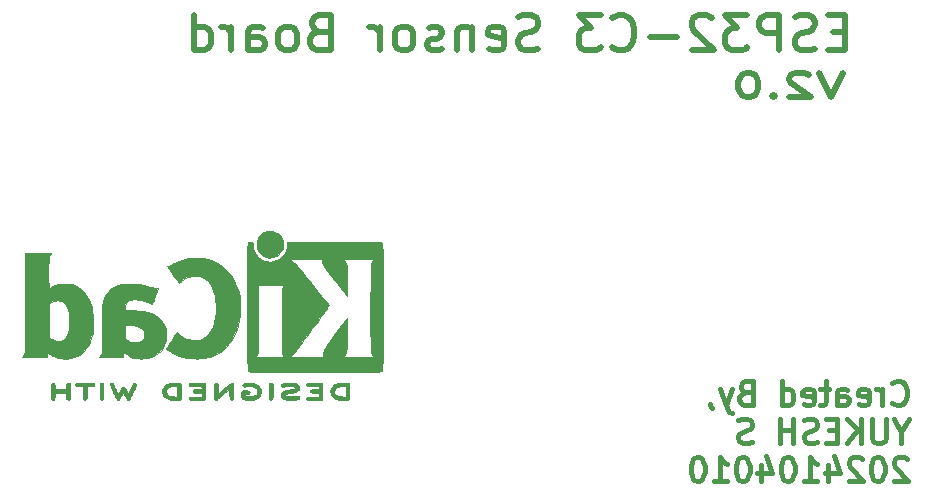
<source format=gbo>
%TF.GenerationSoftware,KiCad,Pcbnew,9.0.4*%
%TF.CreationDate,2025-12-28T12:05:50+05:30*%
%TF.ProjectId,ESP-32 C3 demo project004,4553502d-3332-4204-9333-2064656d6f20,rev?*%
%TF.SameCoordinates,Original*%
%TF.FileFunction,Legend,Bot*%
%TF.FilePolarity,Positive*%
%FSLAX45Y45*%
G04 Gerber Fmt 4.5, Leading zero omitted, Abs format (unit mm)*
G04 Created by KiCad (PCBNEW 9.0.4) date 2025-12-28 12:05:50*
%MOMM*%
%LPD*%
G01*
G04 APERTURE LIST*
%ADD10C,0.500000*%
%ADD11C,0.400000*%
%ADD12C,0.010000*%
G04 APERTURE END LIST*
D10*
X21930177Y-5582043D02*
X21830177Y-5582043D01*
X21787320Y-5739186D02*
X21930177Y-5739186D01*
X21930177Y-5739186D02*
X21930177Y-5439186D01*
X21930177Y-5439186D02*
X21787320Y-5439186D01*
X21673034Y-5724900D02*
X21630177Y-5739186D01*
X21630177Y-5739186D02*
X21558748Y-5739186D01*
X21558748Y-5739186D02*
X21530177Y-5724900D01*
X21530177Y-5724900D02*
X21515891Y-5710614D01*
X21515891Y-5710614D02*
X21501605Y-5682043D01*
X21501605Y-5682043D02*
X21501605Y-5653471D01*
X21501605Y-5653471D02*
X21515891Y-5624900D01*
X21515891Y-5624900D02*
X21530177Y-5610614D01*
X21530177Y-5610614D02*
X21558748Y-5596328D01*
X21558748Y-5596328D02*
X21615891Y-5582043D01*
X21615891Y-5582043D02*
X21644462Y-5567757D01*
X21644462Y-5567757D02*
X21658748Y-5553471D01*
X21658748Y-5553471D02*
X21673034Y-5524900D01*
X21673034Y-5524900D02*
X21673034Y-5496329D01*
X21673034Y-5496329D02*
X21658748Y-5467757D01*
X21658748Y-5467757D02*
X21644462Y-5453471D01*
X21644462Y-5453471D02*
X21615891Y-5439186D01*
X21615891Y-5439186D02*
X21544462Y-5439186D01*
X21544462Y-5439186D02*
X21501605Y-5453471D01*
X21373034Y-5739186D02*
X21373034Y-5439186D01*
X21373034Y-5439186D02*
X21258748Y-5439186D01*
X21258748Y-5439186D02*
X21230177Y-5453471D01*
X21230177Y-5453471D02*
X21215891Y-5467757D01*
X21215891Y-5467757D02*
X21201605Y-5496329D01*
X21201605Y-5496329D02*
X21201605Y-5539186D01*
X21201605Y-5539186D02*
X21215891Y-5567757D01*
X21215891Y-5567757D02*
X21230177Y-5582043D01*
X21230177Y-5582043D02*
X21258748Y-5596328D01*
X21258748Y-5596328D02*
X21373034Y-5596328D01*
X21101605Y-5439186D02*
X20915891Y-5439186D01*
X20915891Y-5439186D02*
X21015891Y-5553471D01*
X21015891Y-5553471D02*
X20973034Y-5553471D01*
X20973034Y-5553471D02*
X20944462Y-5567757D01*
X20944462Y-5567757D02*
X20930177Y-5582043D01*
X20930177Y-5582043D02*
X20915891Y-5610614D01*
X20915891Y-5610614D02*
X20915891Y-5682043D01*
X20915891Y-5682043D02*
X20930177Y-5710614D01*
X20930177Y-5710614D02*
X20944462Y-5724900D01*
X20944462Y-5724900D02*
X20973034Y-5739186D01*
X20973034Y-5739186D02*
X21058748Y-5739186D01*
X21058748Y-5739186D02*
X21087320Y-5724900D01*
X21087320Y-5724900D02*
X21101605Y-5710614D01*
X20801605Y-5467757D02*
X20787320Y-5453471D01*
X20787320Y-5453471D02*
X20758748Y-5439186D01*
X20758748Y-5439186D02*
X20687320Y-5439186D01*
X20687320Y-5439186D02*
X20658748Y-5453471D01*
X20658748Y-5453471D02*
X20644462Y-5467757D01*
X20644462Y-5467757D02*
X20630177Y-5496329D01*
X20630177Y-5496329D02*
X20630177Y-5524900D01*
X20630177Y-5524900D02*
X20644462Y-5567757D01*
X20644462Y-5567757D02*
X20815891Y-5739186D01*
X20815891Y-5739186D02*
X20630177Y-5739186D01*
X20501605Y-5624900D02*
X20273034Y-5624900D01*
X19958748Y-5710614D02*
X19973034Y-5724900D01*
X19973034Y-5724900D02*
X20015891Y-5739186D01*
X20015891Y-5739186D02*
X20044462Y-5739186D01*
X20044462Y-5739186D02*
X20087319Y-5724900D01*
X20087319Y-5724900D02*
X20115891Y-5696328D01*
X20115891Y-5696328D02*
X20130177Y-5667757D01*
X20130177Y-5667757D02*
X20144462Y-5610614D01*
X20144462Y-5610614D02*
X20144462Y-5567757D01*
X20144462Y-5567757D02*
X20130177Y-5510614D01*
X20130177Y-5510614D02*
X20115891Y-5482043D01*
X20115891Y-5482043D02*
X20087319Y-5453471D01*
X20087319Y-5453471D02*
X20044462Y-5439186D01*
X20044462Y-5439186D02*
X20015891Y-5439186D01*
X20015891Y-5439186D02*
X19973034Y-5453471D01*
X19973034Y-5453471D02*
X19958748Y-5467757D01*
X19858748Y-5439186D02*
X19673034Y-5439186D01*
X19673034Y-5439186D02*
X19773034Y-5553471D01*
X19773034Y-5553471D02*
X19730177Y-5553471D01*
X19730177Y-5553471D02*
X19701605Y-5567757D01*
X19701605Y-5567757D02*
X19687319Y-5582043D01*
X19687319Y-5582043D02*
X19673034Y-5610614D01*
X19673034Y-5610614D02*
X19673034Y-5682043D01*
X19673034Y-5682043D02*
X19687319Y-5710614D01*
X19687319Y-5710614D02*
X19701605Y-5724900D01*
X19701605Y-5724900D02*
X19730177Y-5739186D01*
X19730177Y-5739186D02*
X19815891Y-5739186D01*
X19815891Y-5739186D02*
X19844462Y-5724900D01*
X19844462Y-5724900D02*
X19858748Y-5710614D01*
X19330177Y-5724900D02*
X19287320Y-5739186D01*
X19287320Y-5739186D02*
X19215891Y-5739186D01*
X19215891Y-5739186D02*
X19187320Y-5724900D01*
X19187320Y-5724900D02*
X19173034Y-5710614D01*
X19173034Y-5710614D02*
X19158748Y-5682043D01*
X19158748Y-5682043D02*
X19158748Y-5653471D01*
X19158748Y-5653471D02*
X19173034Y-5624900D01*
X19173034Y-5624900D02*
X19187320Y-5610614D01*
X19187320Y-5610614D02*
X19215891Y-5596328D01*
X19215891Y-5596328D02*
X19273034Y-5582043D01*
X19273034Y-5582043D02*
X19301605Y-5567757D01*
X19301605Y-5567757D02*
X19315891Y-5553471D01*
X19315891Y-5553471D02*
X19330177Y-5524900D01*
X19330177Y-5524900D02*
X19330177Y-5496329D01*
X19330177Y-5496329D02*
X19315891Y-5467757D01*
X19315891Y-5467757D02*
X19301605Y-5453471D01*
X19301605Y-5453471D02*
X19273034Y-5439186D01*
X19273034Y-5439186D02*
X19201605Y-5439186D01*
X19201605Y-5439186D02*
X19158748Y-5453471D01*
X18915891Y-5724900D02*
X18944462Y-5739186D01*
X18944462Y-5739186D02*
X19001605Y-5739186D01*
X19001605Y-5739186D02*
X19030177Y-5724900D01*
X19030177Y-5724900D02*
X19044462Y-5696328D01*
X19044462Y-5696328D02*
X19044462Y-5582043D01*
X19044462Y-5582043D02*
X19030177Y-5553471D01*
X19030177Y-5553471D02*
X19001605Y-5539186D01*
X19001605Y-5539186D02*
X18944462Y-5539186D01*
X18944462Y-5539186D02*
X18915891Y-5553471D01*
X18915891Y-5553471D02*
X18901605Y-5582043D01*
X18901605Y-5582043D02*
X18901605Y-5610614D01*
X18901605Y-5610614D02*
X19044462Y-5639186D01*
X18773034Y-5539186D02*
X18773034Y-5739186D01*
X18773034Y-5567757D02*
X18758748Y-5553471D01*
X18758748Y-5553471D02*
X18730177Y-5539186D01*
X18730177Y-5539186D02*
X18687319Y-5539186D01*
X18687319Y-5539186D02*
X18658748Y-5553471D01*
X18658748Y-5553471D02*
X18644462Y-5582043D01*
X18644462Y-5582043D02*
X18644462Y-5739186D01*
X18515891Y-5724900D02*
X18487319Y-5739186D01*
X18487319Y-5739186D02*
X18430177Y-5739186D01*
X18430177Y-5739186D02*
X18401605Y-5724900D01*
X18401605Y-5724900D02*
X18387319Y-5696328D01*
X18387319Y-5696328D02*
X18387319Y-5682043D01*
X18387319Y-5682043D02*
X18401605Y-5653471D01*
X18401605Y-5653471D02*
X18430177Y-5639186D01*
X18430177Y-5639186D02*
X18473034Y-5639186D01*
X18473034Y-5639186D02*
X18501605Y-5624900D01*
X18501605Y-5624900D02*
X18515891Y-5596328D01*
X18515891Y-5596328D02*
X18515891Y-5582043D01*
X18515891Y-5582043D02*
X18501605Y-5553471D01*
X18501605Y-5553471D02*
X18473034Y-5539186D01*
X18473034Y-5539186D02*
X18430177Y-5539186D01*
X18430177Y-5539186D02*
X18401605Y-5553471D01*
X18215891Y-5739186D02*
X18244462Y-5724900D01*
X18244462Y-5724900D02*
X18258748Y-5710614D01*
X18258748Y-5710614D02*
X18273034Y-5682043D01*
X18273034Y-5682043D02*
X18273034Y-5596328D01*
X18273034Y-5596328D02*
X18258748Y-5567757D01*
X18258748Y-5567757D02*
X18244462Y-5553471D01*
X18244462Y-5553471D02*
X18215891Y-5539186D01*
X18215891Y-5539186D02*
X18173034Y-5539186D01*
X18173034Y-5539186D02*
X18144462Y-5553471D01*
X18144462Y-5553471D02*
X18130177Y-5567757D01*
X18130177Y-5567757D02*
X18115891Y-5596328D01*
X18115891Y-5596328D02*
X18115891Y-5682043D01*
X18115891Y-5682043D02*
X18130177Y-5710614D01*
X18130177Y-5710614D02*
X18144462Y-5724900D01*
X18144462Y-5724900D02*
X18173034Y-5739186D01*
X18173034Y-5739186D02*
X18215891Y-5739186D01*
X17987319Y-5739186D02*
X17987319Y-5539186D01*
X17987319Y-5596328D02*
X17973034Y-5567757D01*
X17973034Y-5567757D02*
X17958748Y-5553471D01*
X17958748Y-5553471D02*
X17930177Y-5539186D01*
X17930177Y-5539186D02*
X17901605Y-5539186D01*
X17473034Y-5582043D02*
X17430177Y-5596328D01*
X17430177Y-5596328D02*
X17415891Y-5610614D01*
X17415891Y-5610614D02*
X17401605Y-5639186D01*
X17401605Y-5639186D02*
X17401605Y-5682043D01*
X17401605Y-5682043D02*
X17415891Y-5710614D01*
X17415891Y-5710614D02*
X17430177Y-5724900D01*
X17430177Y-5724900D02*
X17458748Y-5739186D01*
X17458748Y-5739186D02*
X17573034Y-5739186D01*
X17573034Y-5739186D02*
X17573034Y-5439186D01*
X17573034Y-5439186D02*
X17473034Y-5439186D01*
X17473034Y-5439186D02*
X17444462Y-5453471D01*
X17444462Y-5453471D02*
X17430177Y-5467757D01*
X17430177Y-5467757D02*
X17415891Y-5496329D01*
X17415891Y-5496329D02*
X17415891Y-5524900D01*
X17415891Y-5524900D02*
X17430177Y-5553471D01*
X17430177Y-5553471D02*
X17444462Y-5567757D01*
X17444462Y-5567757D02*
X17473034Y-5582043D01*
X17473034Y-5582043D02*
X17573034Y-5582043D01*
X17230177Y-5739186D02*
X17258748Y-5724900D01*
X17258748Y-5724900D02*
X17273034Y-5710614D01*
X17273034Y-5710614D02*
X17287319Y-5682043D01*
X17287319Y-5682043D02*
X17287319Y-5596328D01*
X17287319Y-5596328D02*
X17273034Y-5567757D01*
X17273034Y-5567757D02*
X17258748Y-5553471D01*
X17258748Y-5553471D02*
X17230177Y-5539186D01*
X17230177Y-5539186D02*
X17187319Y-5539186D01*
X17187319Y-5539186D02*
X17158748Y-5553471D01*
X17158748Y-5553471D02*
X17144462Y-5567757D01*
X17144462Y-5567757D02*
X17130177Y-5596328D01*
X17130177Y-5596328D02*
X17130177Y-5682043D01*
X17130177Y-5682043D02*
X17144462Y-5710614D01*
X17144462Y-5710614D02*
X17158748Y-5724900D01*
X17158748Y-5724900D02*
X17187319Y-5739186D01*
X17187319Y-5739186D02*
X17230177Y-5739186D01*
X16873034Y-5739186D02*
X16873034Y-5582043D01*
X16873034Y-5582043D02*
X16887319Y-5553471D01*
X16887319Y-5553471D02*
X16915891Y-5539186D01*
X16915891Y-5539186D02*
X16973034Y-5539186D01*
X16973034Y-5539186D02*
X17001605Y-5553471D01*
X16873034Y-5724900D02*
X16901605Y-5739186D01*
X16901605Y-5739186D02*
X16973034Y-5739186D01*
X16973034Y-5739186D02*
X17001605Y-5724900D01*
X17001605Y-5724900D02*
X17015891Y-5696328D01*
X17015891Y-5696328D02*
X17015891Y-5667757D01*
X17015891Y-5667757D02*
X17001605Y-5639186D01*
X17001605Y-5639186D02*
X16973034Y-5624900D01*
X16973034Y-5624900D02*
X16901605Y-5624900D01*
X16901605Y-5624900D02*
X16873034Y-5610614D01*
X16730176Y-5739186D02*
X16730176Y-5539186D01*
X16730176Y-5596328D02*
X16715891Y-5567757D01*
X16715891Y-5567757D02*
X16701605Y-5553471D01*
X16701605Y-5553471D02*
X16673034Y-5539186D01*
X16673034Y-5539186D02*
X16644462Y-5539186D01*
X16415891Y-5739186D02*
X16415891Y-5439186D01*
X16415891Y-5724900D02*
X16444462Y-5739186D01*
X16444462Y-5739186D02*
X16501605Y-5739186D01*
X16501605Y-5739186D02*
X16530176Y-5724900D01*
X16530176Y-5724900D02*
X16544462Y-5710614D01*
X16544462Y-5710614D02*
X16558748Y-5682043D01*
X16558748Y-5682043D02*
X16558748Y-5596328D01*
X16558748Y-5596328D02*
X16544462Y-5567757D01*
X16544462Y-5567757D02*
X16530176Y-5553471D01*
X16530176Y-5553471D02*
X16501605Y-5539186D01*
X16501605Y-5539186D02*
X16444462Y-5539186D01*
X16444462Y-5539186D02*
X16415891Y-5553471D01*
X21909534Y-5932424D02*
X21809534Y-6132424D01*
X21809534Y-6132424D02*
X21709534Y-5932424D01*
X21623820Y-5951471D02*
X21609534Y-5941948D01*
X21609534Y-5941948D02*
X21580962Y-5932424D01*
X21580962Y-5932424D02*
X21509534Y-5932424D01*
X21509534Y-5932424D02*
X21480962Y-5941948D01*
X21480962Y-5941948D02*
X21466677Y-5951471D01*
X21466677Y-5951471D02*
X21452391Y-5970519D01*
X21452391Y-5970519D02*
X21452391Y-5989567D01*
X21452391Y-5989567D02*
X21466677Y-6018138D01*
X21466677Y-6018138D02*
X21638105Y-6132424D01*
X21638105Y-6132424D02*
X21452391Y-6132424D01*
X21323820Y-6113376D02*
X21309534Y-6122900D01*
X21309534Y-6122900D02*
X21323820Y-6132424D01*
X21323820Y-6132424D02*
X21338105Y-6122900D01*
X21338105Y-6122900D02*
X21323820Y-6113376D01*
X21323820Y-6113376D02*
X21323820Y-6132424D01*
X21123820Y-5932424D02*
X21095248Y-5932424D01*
X21095248Y-5932424D02*
X21066677Y-5941948D01*
X21066677Y-5941948D02*
X21052391Y-5951471D01*
X21052391Y-5951471D02*
X21038105Y-5970519D01*
X21038105Y-5970519D02*
X21023820Y-6008614D01*
X21023820Y-6008614D02*
X21023820Y-6056233D01*
X21023820Y-6056233D02*
X21038105Y-6094328D01*
X21038105Y-6094328D02*
X21052391Y-6113376D01*
X21052391Y-6113376D02*
X21066677Y-6122900D01*
X21066677Y-6122900D02*
X21095248Y-6132424D01*
X21095248Y-6132424D02*
X21123820Y-6132424D01*
X21123820Y-6132424D02*
X21152391Y-6122900D01*
X21152391Y-6122900D02*
X21166677Y-6113376D01*
X21166677Y-6113376D02*
X21180962Y-6094328D01*
X21180962Y-6094328D02*
X21195248Y-6056233D01*
X21195248Y-6056233D02*
X21195248Y-6008614D01*
X21195248Y-6008614D02*
X21180962Y-5970519D01*
X21180962Y-5970519D02*
X21166677Y-5951471D01*
X21166677Y-5951471D02*
X21152391Y-5941948D01*
X21152391Y-5941948D02*
X21123820Y-5932424D01*
D11*
X22328880Y-8721119D02*
X22338403Y-8730642D01*
X22338403Y-8730642D02*
X22366975Y-8740166D01*
X22366975Y-8740166D02*
X22386022Y-8740166D01*
X22386022Y-8740166D02*
X22414594Y-8730642D01*
X22414594Y-8730642D02*
X22433641Y-8711595D01*
X22433641Y-8711595D02*
X22443165Y-8692547D01*
X22443165Y-8692547D02*
X22452689Y-8654452D01*
X22452689Y-8654452D02*
X22452689Y-8625880D01*
X22452689Y-8625880D02*
X22443165Y-8587785D01*
X22443165Y-8587785D02*
X22433641Y-8568738D01*
X22433641Y-8568738D02*
X22414594Y-8549690D01*
X22414594Y-8549690D02*
X22386022Y-8540166D01*
X22386022Y-8540166D02*
X22366975Y-8540166D01*
X22366975Y-8540166D02*
X22338403Y-8549690D01*
X22338403Y-8549690D02*
X22328880Y-8559214D01*
X22243165Y-8740166D02*
X22243165Y-8606833D01*
X22243165Y-8644928D02*
X22233641Y-8625880D01*
X22233641Y-8625880D02*
X22224118Y-8616357D01*
X22224118Y-8616357D02*
X22205070Y-8606833D01*
X22205070Y-8606833D02*
X22186022Y-8606833D01*
X22043165Y-8730642D02*
X22062213Y-8740166D01*
X22062213Y-8740166D02*
X22100308Y-8740166D01*
X22100308Y-8740166D02*
X22119356Y-8730642D01*
X22119356Y-8730642D02*
X22128880Y-8711595D01*
X22128880Y-8711595D02*
X22128880Y-8635404D01*
X22128880Y-8635404D02*
X22119356Y-8616357D01*
X22119356Y-8616357D02*
X22100308Y-8606833D01*
X22100308Y-8606833D02*
X22062213Y-8606833D01*
X22062213Y-8606833D02*
X22043165Y-8616357D01*
X22043165Y-8616357D02*
X22033641Y-8635404D01*
X22033641Y-8635404D02*
X22033641Y-8654452D01*
X22033641Y-8654452D02*
X22128880Y-8673500D01*
X21862213Y-8740166D02*
X21862213Y-8635404D01*
X21862213Y-8635404D02*
X21871737Y-8616357D01*
X21871737Y-8616357D02*
X21890784Y-8606833D01*
X21890784Y-8606833D02*
X21928880Y-8606833D01*
X21928880Y-8606833D02*
X21947927Y-8616357D01*
X21862213Y-8730642D02*
X21881260Y-8740166D01*
X21881260Y-8740166D02*
X21928880Y-8740166D01*
X21928880Y-8740166D02*
X21947927Y-8730642D01*
X21947927Y-8730642D02*
X21957451Y-8711595D01*
X21957451Y-8711595D02*
X21957451Y-8692547D01*
X21957451Y-8692547D02*
X21947927Y-8673500D01*
X21947927Y-8673500D02*
X21928880Y-8663976D01*
X21928880Y-8663976D02*
X21881260Y-8663976D01*
X21881260Y-8663976D02*
X21862213Y-8654452D01*
X21795546Y-8606833D02*
X21719356Y-8606833D01*
X21766975Y-8540166D02*
X21766975Y-8711595D01*
X21766975Y-8711595D02*
X21757451Y-8730642D01*
X21757451Y-8730642D02*
X21738403Y-8740166D01*
X21738403Y-8740166D02*
X21719356Y-8740166D01*
X21576499Y-8730642D02*
X21595546Y-8740166D01*
X21595546Y-8740166D02*
X21633641Y-8740166D01*
X21633641Y-8740166D02*
X21652689Y-8730642D01*
X21652689Y-8730642D02*
X21662213Y-8711595D01*
X21662213Y-8711595D02*
X21662213Y-8635404D01*
X21662213Y-8635404D02*
X21652689Y-8616357D01*
X21652689Y-8616357D02*
X21633641Y-8606833D01*
X21633641Y-8606833D02*
X21595546Y-8606833D01*
X21595546Y-8606833D02*
X21576499Y-8616357D01*
X21576499Y-8616357D02*
X21566975Y-8635404D01*
X21566975Y-8635404D02*
X21566975Y-8654452D01*
X21566975Y-8654452D02*
X21662213Y-8673500D01*
X21395546Y-8740166D02*
X21395546Y-8540166D01*
X21395546Y-8730642D02*
X21414594Y-8740166D01*
X21414594Y-8740166D02*
X21452689Y-8740166D01*
X21452689Y-8740166D02*
X21471737Y-8730642D01*
X21471737Y-8730642D02*
X21481260Y-8721119D01*
X21481260Y-8721119D02*
X21490784Y-8702071D01*
X21490784Y-8702071D02*
X21490784Y-8644928D01*
X21490784Y-8644928D02*
X21481260Y-8625880D01*
X21481260Y-8625880D02*
X21471737Y-8616357D01*
X21471737Y-8616357D02*
X21452689Y-8606833D01*
X21452689Y-8606833D02*
X21414594Y-8606833D01*
X21414594Y-8606833D02*
X21395546Y-8616357D01*
X21081260Y-8635404D02*
X21052689Y-8644928D01*
X21052689Y-8644928D02*
X21043165Y-8654452D01*
X21043165Y-8654452D02*
X21033641Y-8673500D01*
X21033641Y-8673500D02*
X21033641Y-8702071D01*
X21033641Y-8702071D02*
X21043165Y-8721119D01*
X21043165Y-8721119D02*
X21052689Y-8730642D01*
X21052689Y-8730642D02*
X21071737Y-8740166D01*
X21071737Y-8740166D02*
X21147927Y-8740166D01*
X21147927Y-8740166D02*
X21147927Y-8540166D01*
X21147927Y-8540166D02*
X21081260Y-8540166D01*
X21081260Y-8540166D02*
X21062213Y-8549690D01*
X21062213Y-8549690D02*
X21052689Y-8559214D01*
X21052689Y-8559214D02*
X21043165Y-8578261D01*
X21043165Y-8578261D02*
X21043165Y-8597309D01*
X21043165Y-8597309D02*
X21052689Y-8616357D01*
X21052689Y-8616357D02*
X21062213Y-8625880D01*
X21062213Y-8625880D02*
X21081260Y-8635404D01*
X21081260Y-8635404D02*
X21147927Y-8635404D01*
X20966975Y-8606833D02*
X20919356Y-8740166D01*
X20871737Y-8606833D02*
X20919356Y-8740166D01*
X20919356Y-8740166D02*
X20938403Y-8787785D01*
X20938403Y-8787785D02*
X20947927Y-8797309D01*
X20947927Y-8797309D02*
X20966975Y-8806833D01*
X20786022Y-8730642D02*
X20786022Y-8740166D01*
X20786022Y-8740166D02*
X20795546Y-8759214D01*
X20795546Y-8759214D02*
X20805070Y-8768738D01*
X22405070Y-8966917D02*
X22405070Y-9062155D01*
X22471737Y-8862155D02*
X22405070Y-8966917D01*
X22405070Y-8966917D02*
X22338403Y-8862155D01*
X22271737Y-8862155D02*
X22271737Y-9024060D01*
X22271737Y-9024060D02*
X22262213Y-9043107D01*
X22262213Y-9043107D02*
X22252689Y-9052631D01*
X22252689Y-9052631D02*
X22233641Y-9062155D01*
X22233641Y-9062155D02*
X22195546Y-9062155D01*
X22195546Y-9062155D02*
X22176499Y-9052631D01*
X22176499Y-9052631D02*
X22166975Y-9043107D01*
X22166975Y-9043107D02*
X22157451Y-9024060D01*
X22157451Y-9024060D02*
X22157451Y-8862155D01*
X22062213Y-9062155D02*
X22062213Y-8862155D01*
X21947927Y-9062155D02*
X22033641Y-8947869D01*
X21947927Y-8862155D02*
X22062213Y-8976441D01*
X21862213Y-8957393D02*
X21795546Y-8957393D01*
X21766975Y-9062155D02*
X21862213Y-9062155D01*
X21862213Y-9062155D02*
X21862213Y-8862155D01*
X21862213Y-8862155D02*
X21766975Y-8862155D01*
X21690784Y-9052631D02*
X21662213Y-9062155D01*
X21662213Y-9062155D02*
X21614594Y-9062155D01*
X21614594Y-9062155D02*
X21595546Y-9052631D01*
X21595546Y-9052631D02*
X21586022Y-9043107D01*
X21586022Y-9043107D02*
X21576499Y-9024060D01*
X21576499Y-9024060D02*
X21576499Y-9005012D01*
X21576499Y-9005012D02*
X21586022Y-8985965D01*
X21586022Y-8985965D02*
X21595546Y-8976441D01*
X21595546Y-8976441D02*
X21614594Y-8966917D01*
X21614594Y-8966917D02*
X21652689Y-8957393D01*
X21652689Y-8957393D02*
X21671737Y-8947869D01*
X21671737Y-8947869D02*
X21681260Y-8938345D01*
X21681260Y-8938345D02*
X21690784Y-8919298D01*
X21690784Y-8919298D02*
X21690784Y-8900250D01*
X21690784Y-8900250D02*
X21681260Y-8881203D01*
X21681260Y-8881203D02*
X21671737Y-8871679D01*
X21671737Y-8871679D02*
X21652689Y-8862155D01*
X21652689Y-8862155D02*
X21605070Y-8862155D01*
X21605070Y-8862155D02*
X21576499Y-8871679D01*
X21490784Y-9062155D02*
X21490784Y-8862155D01*
X21490784Y-8957393D02*
X21376499Y-8957393D01*
X21376499Y-9062155D02*
X21376499Y-8862155D01*
X21138403Y-9052631D02*
X21109832Y-9062155D01*
X21109832Y-9062155D02*
X21062213Y-9062155D01*
X21062213Y-9062155D02*
X21043165Y-9052631D01*
X21043165Y-9052631D02*
X21033641Y-9043107D01*
X21033641Y-9043107D02*
X21024118Y-9024060D01*
X21024118Y-9024060D02*
X21024118Y-9005012D01*
X21024118Y-9005012D02*
X21033641Y-8985965D01*
X21033641Y-8985965D02*
X21043165Y-8976441D01*
X21043165Y-8976441D02*
X21062213Y-8966917D01*
X21062213Y-8966917D02*
X21100308Y-8957393D01*
X21100308Y-8957393D02*
X21119356Y-8947869D01*
X21119356Y-8947869D02*
X21128879Y-8938345D01*
X21128879Y-8938345D02*
X21138403Y-8919298D01*
X21138403Y-8919298D02*
X21138403Y-8900250D01*
X21138403Y-8900250D02*
X21128879Y-8881203D01*
X21128879Y-8881203D02*
X21119356Y-8871679D01*
X21119356Y-8871679D02*
X21100308Y-8862155D01*
X21100308Y-8862155D02*
X21052689Y-8862155D01*
X21052689Y-8862155D02*
X21024118Y-8871679D01*
X22452689Y-9203191D02*
X22443165Y-9193668D01*
X22443165Y-9193668D02*
X22424118Y-9184144D01*
X22424118Y-9184144D02*
X22376498Y-9184144D01*
X22376498Y-9184144D02*
X22357451Y-9193668D01*
X22357451Y-9193668D02*
X22347927Y-9203191D01*
X22347927Y-9203191D02*
X22338403Y-9222239D01*
X22338403Y-9222239D02*
X22338403Y-9241287D01*
X22338403Y-9241287D02*
X22347927Y-9269858D01*
X22347927Y-9269858D02*
X22462213Y-9384144D01*
X22462213Y-9384144D02*
X22338403Y-9384144D01*
X22214594Y-9184144D02*
X22195546Y-9184144D01*
X22195546Y-9184144D02*
X22176499Y-9193668D01*
X22176499Y-9193668D02*
X22166975Y-9203191D01*
X22166975Y-9203191D02*
X22157451Y-9222239D01*
X22157451Y-9222239D02*
X22147927Y-9260334D01*
X22147927Y-9260334D02*
X22147927Y-9307953D01*
X22147927Y-9307953D02*
X22157451Y-9346049D01*
X22157451Y-9346049D02*
X22166975Y-9365096D01*
X22166975Y-9365096D02*
X22176499Y-9374620D01*
X22176499Y-9374620D02*
X22195546Y-9384144D01*
X22195546Y-9384144D02*
X22214594Y-9384144D01*
X22214594Y-9384144D02*
X22233641Y-9374620D01*
X22233641Y-9374620D02*
X22243165Y-9365096D01*
X22243165Y-9365096D02*
X22252689Y-9346049D01*
X22252689Y-9346049D02*
X22262213Y-9307953D01*
X22262213Y-9307953D02*
X22262213Y-9260334D01*
X22262213Y-9260334D02*
X22252689Y-9222239D01*
X22252689Y-9222239D02*
X22243165Y-9203191D01*
X22243165Y-9203191D02*
X22233641Y-9193668D01*
X22233641Y-9193668D02*
X22214594Y-9184144D01*
X22071737Y-9203191D02*
X22062213Y-9193668D01*
X22062213Y-9193668D02*
X22043165Y-9184144D01*
X22043165Y-9184144D02*
X21995546Y-9184144D01*
X21995546Y-9184144D02*
X21976499Y-9193668D01*
X21976499Y-9193668D02*
X21966975Y-9203191D01*
X21966975Y-9203191D02*
X21957451Y-9222239D01*
X21957451Y-9222239D02*
X21957451Y-9241287D01*
X21957451Y-9241287D02*
X21966975Y-9269858D01*
X21966975Y-9269858D02*
X22081260Y-9384144D01*
X22081260Y-9384144D02*
X21957451Y-9384144D01*
X21786022Y-9250810D02*
X21786022Y-9384144D01*
X21833641Y-9174620D02*
X21881260Y-9317477D01*
X21881260Y-9317477D02*
X21757451Y-9317477D01*
X21576499Y-9384144D02*
X21690784Y-9384144D01*
X21633641Y-9384144D02*
X21633641Y-9184144D01*
X21633641Y-9184144D02*
X21652689Y-9212715D01*
X21652689Y-9212715D02*
X21671737Y-9231763D01*
X21671737Y-9231763D02*
X21690784Y-9241287D01*
X21452689Y-9184144D02*
X21433641Y-9184144D01*
X21433641Y-9184144D02*
X21414594Y-9193668D01*
X21414594Y-9193668D02*
X21405070Y-9203191D01*
X21405070Y-9203191D02*
X21395546Y-9222239D01*
X21395546Y-9222239D02*
X21386022Y-9260334D01*
X21386022Y-9260334D02*
X21386022Y-9307953D01*
X21386022Y-9307953D02*
X21395546Y-9346049D01*
X21395546Y-9346049D02*
X21405070Y-9365096D01*
X21405070Y-9365096D02*
X21414594Y-9374620D01*
X21414594Y-9374620D02*
X21433641Y-9384144D01*
X21433641Y-9384144D02*
X21452689Y-9384144D01*
X21452689Y-9384144D02*
X21471737Y-9374620D01*
X21471737Y-9374620D02*
X21481260Y-9365096D01*
X21481260Y-9365096D02*
X21490784Y-9346049D01*
X21490784Y-9346049D02*
X21500308Y-9307953D01*
X21500308Y-9307953D02*
X21500308Y-9260334D01*
X21500308Y-9260334D02*
X21490784Y-9222239D01*
X21490784Y-9222239D02*
X21481260Y-9203191D01*
X21481260Y-9203191D02*
X21471737Y-9193668D01*
X21471737Y-9193668D02*
X21452689Y-9184144D01*
X21214594Y-9250810D02*
X21214594Y-9384144D01*
X21262213Y-9174620D02*
X21309832Y-9317477D01*
X21309832Y-9317477D02*
X21186022Y-9317477D01*
X21071737Y-9184144D02*
X21052689Y-9184144D01*
X21052689Y-9184144D02*
X21033641Y-9193668D01*
X21033641Y-9193668D02*
X21024118Y-9203191D01*
X21024118Y-9203191D02*
X21014594Y-9222239D01*
X21014594Y-9222239D02*
X21005070Y-9260334D01*
X21005070Y-9260334D02*
X21005070Y-9307953D01*
X21005070Y-9307953D02*
X21014594Y-9346049D01*
X21014594Y-9346049D02*
X21024118Y-9365096D01*
X21024118Y-9365096D02*
X21033641Y-9374620D01*
X21033641Y-9374620D02*
X21052689Y-9384144D01*
X21052689Y-9384144D02*
X21071737Y-9384144D01*
X21071737Y-9384144D02*
X21090784Y-9374620D01*
X21090784Y-9374620D02*
X21100308Y-9365096D01*
X21100308Y-9365096D02*
X21109832Y-9346049D01*
X21109832Y-9346049D02*
X21119356Y-9307953D01*
X21119356Y-9307953D02*
X21119356Y-9260334D01*
X21119356Y-9260334D02*
X21109832Y-9222239D01*
X21109832Y-9222239D02*
X21100308Y-9203191D01*
X21100308Y-9203191D02*
X21090784Y-9193668D01*
X21090784Y-9193668D02*
X21071737Y-9184144D01*
X20814594Y-9384144D02*
X20928879Y-9384144D01*
X20871737Y-9384144D02*
X20871737Y-9184144D01*
X20871737Y-9184144D02*
X20890784Y-9212715D01*
X20890784Y-9212715D02*
X20909832Y-9231763D01*
X20909832Y-9231763D02*
X20928879Y-9241287D01*
X20690784Y-9184144D02*
X20671737Y-9184144D01*
X20671737Y-9184144D02*
X20652689Y-9193668D01*
X20652689Y-9193668D02*
X20643165Y-9203191D01*
X20643165Y-9203191D02*
X20633641Y-9222239D01*
X20633641Y-9222239D02*
X20624118Y-9260334D01*
X20624118Y-9260334D02*
X20624118Y-9307953D01*
X20624118Y-9307953D02*
X20633641Y-9346049D01*
X20633641Y-9346049D02*
X20643165Y-9365096D01*
X20643165Y-9365096D02*
X20652689Y-9374620D01*
X20652689Y-9374620D02*
X20671737Y-9384144D01*
X20671737Y-9384144D02*
X20690784Y-9384144D01*
X20690784Y-9384144D02*
X20709832Y-9374620D01*
X20709832Y-9374620D02*
X20719356Y-9365096D01*
X20719356Y-9365096D02*
X20728879Y-9346049D01*
X20728879Y-9346049D02*
X20738403Y-9307953D01*
X20738403Y-9307953D02*
X20738403Y-9260334D01*
X20738403Y-9260334D02*
X20728879Y-9222239D01*
X20728879Y-9222239D02*
X20719356Y-9203191D01*
X20719356Y-9203191D02*
X20709832Y-9193668D01*
X20709832Y-9193668D02*
X20690784Y-9184144D01*
D12*
%TO.C,REF\u002A\u002A*%
X15636068Y-8553404D02*
X15641235Y-8556558D01*
X15646589Y-8560893D01*
X15646589Y-8690962D01*
X15641235Y-8695298D01*
X15634935Y-8698808D01*
X15627743Y-8698976D01*
X15621427Y-8694859D01*
X15620648Y-8693922D01*
X15619550Y-8692020D01*
X15618705Y-8689271D01*
X15618080Y-8685149D01*
X15617642Y-8679127D01*
X15617359Y-8670676D01*
X15617197Y-8659271D01*
X15617124Y-8644384D01*
X15617107Y-8625489D01*
X15617107Y-8560893D01*
X15622461Y-8556558D01*
X15627225Y-8553590D01*
X15631848Y-8552222D01*
X15636068Y-8553404D01*
G36*
X15636068Y-8553404D02*
G01*
X15641235Y-8556558D01*
X15646589Y-8560893D01*
X15646589Y-8690962D01*
X15641235Y-8695298D01*
X15634935Y-8698808D01*
X15627743Y-8698976D01*
X15621427Y-8694859D01*
X15620648Y-8693922D01*
X15619550Y-8692020D01*
X15618705Y-8689271D01*
X15618080Y-8685149D01*
X15617642Y-8679127D01*
X15617359Y-8670676D01*
X15617197Y-8659271D01*
X15617124Y-8644384D01*
X15617107Y-8625489D01*
X15617107Y-8560893D01*
X15622461Y-8556558D01*
X15627225Y-8553590D01*
X15631848Y-8552222D01*
X15636068Y-8553404D01*
G37*
X17068581Y-8553105D02*
X17075442Y-8557789D01*
X17081009Y-8563355D01*
X17081009Y-8626245D01*
X17081001Y-8643126D01*
X17080949Y-8658037D01*
X17080814Y-8669438D01*
X17080557Y-8677870D01*
X17080140Y-8683872D01*
X17079522Y-8687984D01*
X17078665Y-8690747D01*
X17077530Y-8692701D01*
X17076078Y-8694384D01*
X17069757Y-8698696D01*
X17062692Y-8699051D01*
X17056062Y-8695097D01*
X17054996Y-8693918D01*
X17053901Y-8692093D01*
X17053065Y-8689413D01*
X17052451Y-8685352D01*
X17052026Y-8679384D01*
X17051756Y-8670983D01*
X17051606Y-8659624D01*
X17051541Y-8644781D01*
X17051527Y-8625928D01*
X17051535Y-8610728D01*
X17051586Y-8595076D01*
X17051715Y-8583021D01*
X17051957Y-8574035D01*
X17052346Y-8567594D01*
X17052917Y-8563172D01*
X17053703Y-8560242D01*
X17054740Y-8558279D01*
X17056062Y-8556758D01*
X17061925Y-8552937D01*
X17068581Y-8553105D01*
G36*
X17068581Y-8553105D02*
G01*
X17075442Y-8557789D01*
X17081009Y-8563355D01*
X17081009Y-8626245D01*
X17081001Y-8643126D01*
X17080949Y-8658037D01*
X17080814Y-8669438D01*
X17080557Y-8677870D01*
X17080140Y-8683872D01*
X17079522Y-8687984D01*
X17078665Y-8690747D01*
X17077530Y-8692701D01*
X17076078Y-8694384D01*
X17069757Y-8698696D01*
X17062692Y-8699051D01*
X17056062Y-8695097D01*
X17054996Y-8693918D01*
X17053901Y-8692093D01*
X17053065Y-8689413D01*
X17052451Y-8685352D01*
X17052026Y-8679384D01*
X17051756Y-8670983D01*
X17051606Y-8659624D01*
X17051541Y-8644781D01*
X17051527Y-8625928D01*
X17051535Y-8610728D01*
X17051586Y-8595076D01*
X17051715Y-8583021D01*
X17051957Y-8574035D01*
X17052346Y-8567594D01*
X17052917Y-8563172D01*
X17053703Y-8560242D01*
X17054740Y-8558279D01*
X17056062Y-8556758D01*
X17061925Y-8552937D01*
X17068581Y-8553105D01*
G37*
X17074229Y-7269024D02*
X17095221Y-7274167D01*
X17115118Y-7283398D01*
X17133295Y-7296719D01*
X17149123Y-7314130D01*
X17161977Y-7335633D01*
X17165423Y-7343208D01*
X17168214Y-7350886D01*
X17169781Y-7358561D01*
X17170467Y-7368055D01*
X17170620Y-7381188D01*
X17170528Y-7392119D01*
X17169973Y-7402164D01*
X17168614Y-7410002D01*
X17166111Y-7417431D01*
X17162125Y-7426252D01*
X17160971Y-7428603D01*
X17147341Y-7450129D01*
X17130197Y-7467840D01*
X17110028Y-7481320D01*
X17087318Y-7490154D01*
X17075666Y-7492619D01*
X17052027Y-7493772D01*
X17029131Y-7490040D01*
X17007649Y-7481804D01*
X16988254Y-7469447D01*
X16971615Y-7453353D01*
X16958406Y-7433903D01*
X16949296Y-7411480D01*
X16945963Y-7393131D01*
X16945663Y-7372882D01*
X16948374Y-7353185D01*
X16953966Y-7336123D01*
X16960428Y-7323926D01*
X16974814Y-7304573D01*
X16991868Y-7289299D01*
X17010964Y-7278106D01*
X17031474Y-7270995D01*
X17052771Y-7267967D01*
X17074229Y-7269024D01*
G36*
X17074229Y-7269024D02*
G01*
X17095221Y-7274167D01*
X17115118Y-7283398D01*
X17133295Y-7296719D01*
X17149123Y-7314130D01*
X17161977Y-7335633D01*
X17165423Y-7343208D01*
X17168214Y-7350886D01*
X17169781Y-7358561D01*
X17170467Y-7368055D01*
X17170620Y-7381188D01*
X17170528Y-7392119D01*
X17169973Y-7402164D01*
X17168614Y-7410002D01*
X17166111Y-7417431D01*
X17162125Y-7426252D01*
X17160971Y-7428603D01*
X17147341Y-7450129D01*
X17130197Y-7467840D01*
X17110028Y-7481320D01*
X17087318Y-7490154D01*
X17075666Y-7492619D01*
X17052027Y-7493772D01*
X17029131Y-7490040D01*
X17007649Y-7481804D01*
X16988254Y-7469447D01*
X16971615Y-7453353D01*
X16958406Y-7433903D01*
X16949296Y-7411480D01*
X16945963Y-7393131D01*
X16945663Y-7372882D01*
X16948374Y-7353185D01*
X16953966Y-7336123D01*
X16960428Y-7323926D01*
X16974814Y-7304573D01*
X16991868Y-7289299D01*
X17010964Y-7278106D01*
X17031474Y-7270995D01*
X17052771Y-7267967D01*
X17074229Y-7269024D01*
G37*
X15495515Y-8552223D02*
X15514424Y-8552241D01*
X15529393Y-8552309D01*
X15540926Y-8552458D01*
X15549524Y-8552718D01*
X15555690Y-8553120D01*
X15559926Y-8553695D01*
X15562735Y-8554472D01*
X15564619Y-8555483D01*
X15566080Y-8556758D01*
X15569858Y-8563331D01*
X15570149Y-8570880D01*
X15566863Y-8577557D01*
X15566589Y-8577849D01*
X15564339Y-8579529D01*
X15560903Y-8580645D01*
X15555445Y-8581306D01*
X15547127Y-8581623D01*
X15535113Y-8581704D01*
X15507116Y-8581704D01*
X15507116Y-8634693D01*
X15507101Y-8649926D01*
X15507019Y-8663319D01*
X15506821Y-8673320D01*
X15506461Y-8680536D01*
X15505888Y-8685572D01*
X15505055Y-8689033D01*
X15503914Y-8691526D01*
X15502415Y-8693657D01*
X15501955Y-8694221D01*
X15495692Y-8698770D01*
X15488785Y-8699084D01*
X15482169Y-8695097D01*
X15480767Y-8693475D01*
X15479668Y-8691346D01*
X15478861Y-8688163D01*
X15478300Y-8683346D01*
X15477941Y-8676315D01*
X15477741Y-8666490D01*
X15477653Y-8653289D01*
X15477634Y-8636133D01*
X15477634Y-8581704D01*
X15448316Y-8581704D01*
X15446086Y-8581704D01*
X15434732Y-8581659D01*
X15426929Y-8581430D01*
X15421828Y-8580868D01*
X15418581Y-8579822D01*
X15416340Y-8578142D01*
X15414259Y-8575678D01*
X15411075Y-8569513D01*
X15411698Y-8562727D01*
X15416850Y-8556191D01*
X15417842Y-8555444D01*
X15419894Y-8554473D01*
X15422992Y-8553717D01*
X15427637Y-8553150D01*
X15434327Y-8552745D01*
X15443558Y-8552477D01*
X15455831Y-8552318D01*
X15471643Y-8552242D01*
X15491492Y-8552222D01*
X15495515Y-8552223D01*
G36*
X15495515Y-8552223D02*
G01*
X15514424Y-8552241D01*
X15529393Y-8552309D01*
X15540926Y-8552458D01*
X15549524Y-8552718D01*
X15555690Y-8553120D01*
X15559926Y-8553695D01*
X15562735Y-8554472D01*
X15564619Y-8555483D01*
X15566080Y-8556758D01*
X15569858Y-8563331D01*
X15570149Y-8570880D01*
X15566863Y-8577557D01*
X15566589Y-8577849D01*
X15564339Y-8579529D01*
X15560903Y-8580645D01*
X15555445Y-8581306D01*
X15547127Y-8581623D01*
X15535113Y-8581704D01*
X15507116Y-8581704D01*
X15507116Y-8634693D01*
X15507101Y-8649926D01*
X15507019Y-8663319D01*
X15506821Y-8673320D01*
X15506461Y-8680536D01*
X15505888Y-8685572D01*
X15505055Y-8689033D01*
X15503914Y-8691526D01*
X15502415Y-8693657D01*
X15501955Y-8694221D01*
X15495692Y-8698770D01*
X15488785Y-8699084D01*
X15482169Y-8695097D01*
X15480767Y-8693475D01*
X15479668Y-8691346D01*
X15478861Y-8688163D01*
X15478300Y-8683346D01*
X15477941Y-8676315D01*
X15477741Y-8666490D01*
X15477653Y-8653289D01*
X15477634Y-8636133D01*
X15477634Y-8581704D01*
X15448316Y-8581704D01*
X15446086Y-8581704D01*
X15434732Y-8581659D01*
X15426929Y-8581430D01*
X15421828Y-8580868D01*
X15418581Y-8579822D01*
X15416340Y-8578142D01*
X15414259Y-8575678D01*
X15411075Y-8569513D01*
X15411698Y-8562727D01*
X15416850Y-8556191D01*
X15417842Y-8555444D01*
X15419894Y-8554473D01*
X15422992Y-8553717D01*
X15427637Y-8553150D01*
X15434327Y-8552745D01*
X15443558Y-8552477D01*
X15455831Y-8552318D01*
X15471643Y-8552242D01*
X15491492Y-8552222D01*
X15495515Y-8552223D01*
G37*
X15359705Y-8556758D02*
X15360837Y-8558002D01*
X15361859Y-8559650D01*
X15362680Y-8562016D01*
X15363319Y-8565523D01*
X15363794Y-8570597D01*
X15364126Y-8577660D01*
X15364333Y-8587138D01*
X15364435Y-8599454D01*
X15364451Y-8615033D01*
X15364401Y-8634300D01*
X15364304Y-8657678D01*
X15364290Y-8660525D01*
X15364172Y-8672933D01*
X15363907Y-8681708D01*
X15363395Y-8687611D01*
X15362540Y-8691398D01*
X15361244Y-8693830D01*
X15359409Y-8695664D01*
X15352688Y-8699163D01*
X15345667Y-8698580D01*
X15339459Y-8693657D01*
X15337649Y-8691005D01*
X15336152Y-8687281D01*
X15335275Y-8682052D01*
X15334862Y-8674309D01*
X15334759Y-8663041D01*
X15334759Y-8638401D01*
X15234973Y-8638401D01*
X15234973Y-8665486D01*
X15234958Y-8672677D01*
X15234805Y-8681984D01*
X15234368Y-8688118D01*
X15233505Y-8691941D01*
X15232074Y-8694315D01*
X15229933Y-8696103D01*
X15223454Y-8699130D01*
X15216365Y-8698594D01*
X15210191Y-8693657D01*
X15209256Y-8692401D01*
X15208063Y-8690287D01*
X15207153Y-8687488D01*
X15206487Y-8683456D01*
X15206027Y-8677638D01*
X15205736Y-8669486D01*
X15205574Y-8658449D01*
X15205505Y-8643977D01*
X15205491Y-8625519D01*
X15205491Y-8563355D01*
X15211057Y-8557789D01*
X15217361Y-8553320D01*
X15224037Y-8552780D01*
X15230437Y-8556758D01*
X15232102Y-8558721D01*
X15233591Y-8561913D01*
X15234462Y-8566728D01*
X15234871Y-8574136D01*
X15234973Y-8585106D01*
X15234973Y-8608919D01*
X15334759Y-8608919D01*
X15334759Y-8586137D01*
X15334759Y-8585713D01*
X15334847Y-8575327D01*
X15335241Y-8568391D01*
X15336148Y-8563856D01*
X15337774Y-8560672D01*
X15340325Y-8557789D01*
X15346629Y-8553320D01*
X15353304Y-8552780D01*
X15359705Y-8556758D01*
G36*
X15359705Y-8556758D02*
G01*
X15360837Y-8558002D01*
X15361859Y-8559650D01*
X15362680Y-8562016D01*
X15363319Y-8565523D01*
X15363794Y-8570597D01*
X15364126Y-8577660D01*
X15364333Y-8587138D01*
X15364435Y-8599454D01*
X15364451Y-8615033D01*
X15364401Y-8634300D01*
X15364304Y-8657678D01*
X15364290Y-8660525D01*
X15364172Y-8672933D01*
X15363907Y-8681708D01*
X15363395Y-8687611D01*
X15362540Y-8691398D01*
X15361244Y-8693830D01*
X15359409Y-8695664D01*
X15352688Y-8699163D01*
X15345667Y-8698580D01*
X15339459Y-8693657D01*
X15337649Y-8691005D01*
X15336152Y-8687281D01*
X15335275Y-8682052D01*
X15334862Y-8674309D01*
X15334759Y-8663041D01*
X15334759Y-8638401D01*
X15234973Y-8638401D01*
X15234973Y-8665486D01*
X15234958Y-8672677D01*
X15234805Y-8681984D01*
X15234368Y-8688118D01*
X15233505Y-8691941D01*
X15232074Y-8694315D01*
X15229933Y-8696103D01*
X15223454Y-8699130D01*
X15216365Y-8698594D01*
X15210191Y-8693657D01*
X15209256Y-8692401D01*
X15208063Y-8690287D01*
X15207153Y-8687488D01*
X15206487Y-8683456D01*
X15206027Y-8677638D01*
X15205736Y-8669486D01*
X15205574Y-8658449D01*
X15205505Y-8643977D01*
X15205491Y-8625519D01*
X15205491Y-8563355D01*
X15211057Y-8557789D01*
X15217361Y-8553320D01*
X15224037Y-8552780D01*
X15230437Y-8556758D01*
X15232102Y-8558721D01*
X15233591Y-8561913D01*
X15234462Y-8566728D01*
X15234871Y-8574136D01*
X15234973Y-8585106D01*
X15234973Y-8608919D01*
X15334759Y-8608919D01*
X15334759Y-8586137D01*
X15334759Y-8585713D01*
X15334847Y-8575327D01*
X15335241Y-8568391D01*
X15336148Y-8563856D01*
X15337774Y-8560672D01*
X15340325Y-8557789D01*
X15346629Y-8553320D01*
X15353304Y-8552780D01*
X15359705Y-8556758D01*
G37*
X16304986Y-8675034D02*
X16304591Y-8681619D01*
X16304002Y-8686224D01*
X16303183Y-8689398D01*
X16302095Y-8691693D01*
X16300701Y-8693657D01*
X16296001Y-8699633D01*
X16262715Y-8699514D01*
X16255724Y-8699454D01*
X16235940Y-8698765D01*
X16219675Y-8697221D01*
X16206196Y-8694699D01*
X16194769Y-8691071D01*
X16184659Y-8686215D01*
X16183984Y-8685830D01*
X16172370Y-8678453D01*
X16163861Y-8671027D01*
X16157269Y-8662291D01*
X16151403Y-8650986D01*
X16150542Y-8649054D01*
X16146007Y-8636360D01*
X16144855Y-8627209D01*
X16174837Y-8627209D01*
X16175965Y-8632176D01*
X16177115Y-8635366D01*
X16183730Y-8647401D01*
X16193240Y-8656593D01*
X16206050Y-8663249D01*
X16222565Y-8667680D01*
X16223127Y-8667781D01*
X16232425Y-8668979D01*
X16243755Y-8669828D01*
X16254791Y-8670151D01*
X16273652Y-8670151D01*
X16273652Y-8581704D01*
X16256076Y-8581794D01*
X16242632Y-8582292D01*
X16224070Y-8584552D01*
X16208136Y-8588477D01*
X16195686Y-8593896D01*
X16189470Y-8598061D01*
X16183821Y-8604040D01*
X16179132Y-8612564D01*
X16177701Y-8615771D01*
X16175325Y-8622301D01*
X16174837Y-8627209D01*
X16144855Y-8627209D01*
X16144606Y-8625235D01*
X16146334Y-8614181D01*
X16151184Y-8601699D01*
X16151344Y-8601359D01*
X16159471Y-8587413D01*
X16169653Y-8576042D01*
X16182254Y-8567089D01*
X16197637Y-8560393D01*
X16216167Y-8555797D01*
X16238205Y-8553140D01*
X16264116Y-8552264D01*
X16264834Y-8552263D01*
X16276891Y-8552291D01*
X16285315Y-8552499D01*
X16290963Y-8553020D01*
X16294693Y-8553987D01*
X16297364Y-8555532D01*
X16299835Y-8557789D01*
X16305402Y-8563355D01*
X16305402Y-8625519D01*
X16305396Y-8637895D01*
X16305351Y-8653722D01*
X16305227Y-8665918D01*
X16305115Y-8670151D01*
X16304986Y-8675034D01*
G36*
X16304986Y-8675034D02*
G01*
X16304591Y-8681619D01*
X16304002Y-8686224D01*
X16303183Y-8689398D01*
X16302095Y-8691693D01*
X16300701Y-8693657D01*
X16296001Y-8699633D01*
X16262715Y-8699514D01*
X16255724Y-8699454D01*
X16235940Y-8698765D01*
X16219675Y-8697221D01*
X16206196Y-8694699D01*
X16194769Y-8691071D01*
X16184659Y-8686215D01*
X16183984Y-8685830D01*
X16172370Y-8678453D01*
X16163861Y-8671027D01*
X16157269Y-8662291D01*
X16151403Y-8650986D01*
X16150542Y-8649054D01*
X16146007Y-8636360D01*
X16144855Y-8627209D01*
X16174837Y-8627209D01*
X16175965Y-8632176D01*
X16177115Y-8635366D01*
X16183730Y-8647401D01*
X16193240Y-8656593D01*
X16206050Y-8663249D01*
X16222565Y-8667680D01*
X16223127Y-8667781D01*
X16232425Y-8668979D01*
X16243755Y-8669828D01*
X16254791Y-8670151D01*
X16273652Y-8670151D01*
X16273652Y-8581704D01*
X16256076Y-8581794D01*
X16242632Y-8582292D01*
X16224070Y-8584552D01*
X16208136Y-8588477D01*
X16195686Y-8593896D01*
X16189470Y-8598061D01*
X16183821Y-8604040D01*
X16179132Y-8612564D01*
X16177701Y-8615771D01*
X16175325Y-8622301D01*
X16174837Y-8627209D01*
X16144855Y-8627209D01*
X16144606Y-8625235D01*
X16146334Y-8614181D01*
X16151184Y-8601699D01*
X16151344Y-8601359D01*
X16159471Y-8587413D01*
X16169653Y-8576042D01*
X16182254Y-8567089D01*
X16197637Y-8560393D01*
X16216167Y-8555797D01*
X16238205Y-8553140D01*
X16264116Y-8552264D01*
X16264834Y-8552263D01*
X16276891Y-8552291D01*
X16285315Y-8552499D01*
X16290963Y-8553020D01*
X16294693Y-8553987D01*
X16297364Y-8555532D01*
X16299835Y-8557789D01*
X16305402Y-8563355D01*
X16305402Y-8625519D01*
X16305396Y-8637895D01*
X16305351Y-8653722D01*
X16305227Y-8665918D01*
X16305115Y-8670151D01*
X16304986Y-8675034D01*
G37*
X17729655Y-8589460D02*
X17729666Y-8605655D01*
X17729616Y-8625928D01*
X17729608Y-8641127D01*
X17729557Y-8656779D01*
X17729427Y-8668834D01*
X17729185Y-8677820D01*
X17728796Y-8684261D01*
X17728226Y-8688683D01*
X17727439Y-8691613D01*
X17726402Y-8693576D01*
X17725080Y-8695097D01*
X17723681Y-8696350D01*
X17721069Y-8697816D01*
X17717223Y-8698771D01*
X17711316Y-8699321D01*
X17702523Y-8699573D01*
X17690021Y-8699633D01*
X17680188Y-8699558D01*
X17658721Y-8698668D01*
X17640796Y-8696641D01*
X17625769Y-8693309D01*
X17612998Y-8688502D01*
X17601839Y-8682050D01*
X17591649Y-8673786D01*
X17590446Y-8672610D01*
X17583040Y-8662865D01*
X17576792Y-8650649D01*
X17572476Y-8637743D01*
X17571415Y-8629960D01*
X17600990Y-8629960D01*
X17604663Y-8640192D01*
X17610624Y-8649416D01*
X17620005Y-8657936D01*
X17632337Y-8663923D01*
X17648237Y-8667768D01*
X17648537Y-8667815D01*
X17658375Y-8668979D01*
X17670166Y-8669811D01*
X17681424Y-8670134D01*
X17700134Y-8670151D01*
X17700134Y-8581704D01*
X17684826Y-8581701D01*
X17684217Y-8581703D01*
X17673948Y-8582098D01*
X17661874Y-8583047D01*
X17650481Y-8584359D01*
X17640445Y-8586226D01*
X17625428Y-8591503D01*
X17613875Y-8599398D01*
X17605538Y-8610053D01*
X17601275Y-8620352D01*
X17600990Y-8629960D01*
X17571415Y-8629960D01*
X17570866Y-8625928D01*
X17571123Y-8621665D01*
X17573596Y-8610131D01*
X17578122Y-8598095D01*
X17583994Y-8587237D01*
X17590506Y-8579235D01*
X17594432Y-8575816D01*
X17605423Y-8567943D01*
X17617538Y-8561890D01*
X17631439Y-8557479D01*
X17647790Y-8554529D01*
X17667254Y-8552863D01*
X17690495Y-8552303D01*
X17698427Y-8552222D01*
X17707610Y-8552139D01*
X17714802Y-8552502D01*
X17720244Y-8553764D01*
X17724178Y-8556379D01*
X17726845Y-8560803D01*
X17728486Y-8567488D01*
X17729342Y-8576889D01*
X17729462Y-8581704D01*
X17729655Y-8589460D01*
G36*
X17729655Y-8589460D02*
G01*
X17729666Y-8605655D01*
X17729616Y-8625928D01*
X17729608Y-8641127D01*
X17729557Y-8656779D01*
X17729427Y-8668834D01*
X17729185Y-8677820D01*
X17728796Y-8684261D01*
X17728226Y-8688683D01*
X17727439Y-8691613D01*
X17726402Y-8693576D01*
X17725080Y-8695097D01*
X17723681Y-8696350D01*
X17721069Y-8697816D01*
X17717223Y-8698771D01*
X17711316Y-8699321D01*
X17702523Y-8699573D01*
X17690021Y-8699633D01*
X17680188Y-8699558D01*
X17658721Y-8698668D01*
X17640796Y-8696641D01*
X17625769Y-8693309D01*
X17612998Y-8688502D01*
X17601839Y-8682050D01*
X17591649Y-8673786D01*
X17590446Y-8672610D01*
X17583040Y-8662865D01*
X17576792Y-8650649D01*
X17572476Y-8637743D01*
X17571415Y-8629960D01*
X17600990Y-8629960D01*
X17604663Y-8640192D01*
X17610624Y-8649416D01*
X17620005Y-8657936D01*
X17632337Y-8663923D01*
X17648237Y-8667768D01*
X17648537Y-8667815D01*
X17658375Y-8668979D01*
X17670166Y-8669811D01*
X17681424Y-8670134D01*
X17700134Y-8670151D01*
X17700134Y-8581704D01*
X17684826Y-8581701D01*
X17684217Y-8581703D01*
X17673948Y-8582098D01*
X17661874Y-8583047D01*
X17650481Y-8584359D01*
X17640445Y-8586226D01*
X17625428Y-8591503D01*
X17613875Y-8599398D01*
X17605538Y-8610053D01*
X17601275Y-8620352D01*
X17600990Y-8629960D01*
X17571415Y-8629960D01*
X17570866Y-8625928D01*
X17571123Y-8621665D01*
X17573596Y-8610131D01*
X17578122Y-8598095D01*
X17583994Y-8587237D01*
X17590506Y-8579235D01*
X17594432Y-8575816D01*
X17605423Y-8567943D01*
X17617538Y-8561890D01*
X17631439Y-8557479D01*
X17647790Y-8554529D01*
X17667254Y-8552863D01*
X17690495Y-8552303D01*
X17698427Y-8552222D01*
X17707610Y-8552139D01*
X17714802Y-8552502D01*
X17720244Y-8553764D01*
X17724178Y-8556379D01*
X17726845Y-8560803D01*
X17728486Y-8567488D01*
X17729342Y-8576889D01*
X17729462Y-8581704D01*
X17729655Y-8589460D01*
G37*
X16736255Y-8551986D02*
X16738547Y-8553219D01*
X16740666Y-8555361D01*
X16742933Y-8558198D01*
X16743828Y-8559395D01*
X16745033Y-8561504D01*
X16745953Y-8564281D01*
X16746626Y-8568280D01*
X16747091Y-8574052D01*
X16747386Y-8582151D01*
X16747549Y-8593128D01*
X16747619Y-8607536D01*
X16747634Y-8625928D01*
X16747629Y-8637686D01*
X16747585Y-8653574D01*
X16747463Y-8665817D01*
X16747224Y-8674967D01*
X16746829Y-8681576D01*
X16746241Y-8686198D01*
X16745422Y-8689384D01*
X16744332Y-8691686D01*
X16742933Y-8693657D01*
X16736820Y-8698558D01*
X16729801Y-8699136D01*
X16722372Y-8695301D01*
X16721531Y-8694603D01*
X16719888Y-8692890D01*
X16718671Y-8690569D01*
X16717791Y-8686987D01*
X16717159Y-8681488D01*
X16716690Y-8673418D01*
X16716294Y-8662123D01*
X16715884Y-8646948D01*
X16714750Y-8602926D01*
X16661455Y-8651269D01*
X16646622Y-8664684D01*
X16633528Y-8676359D01*
X16623043Y-8685391D01*
X16614791Y-8692004D01*
X16608399Y-8696426D01*
X16603492Y-8698879D01*
X16599694Y-8699592D01*
X16596633Y-8698788D01*
X16593932Y-8696692D01*
X16591217Y-8693532D01*
X16589963Y-8691827D01*
X16588831Y-8689703D01*
X16587985Y-8686858D01*
X16587392Y-8682750D01*
X16587020Y-8676831D01*
X16586835Y-8668558D01*
X16586806Y-8657385D01*
X16586900Y-8642767D01*
X16587084Y-8624159D01*
X16587750Y-8560887D01*
X16593104Y-8556555D01*
X16598340Y-8553302D01*
X16604941Y-8552745D01*
X16611878Y-8556553D01*
X16612744Y-8557273D01*
X16614378Y-8558986D01*
X16615589Y-8561315D01*
X16616465Y-8564912D01*
X16617093Y-8570431D01*
X16617561Y-8578525D01*
X16617956Y-8589846D01*
X16618366Y-8605049D01*
X16619500Y-8649216D01*
X16655785Y-8616311D01*
X16673210Y-8600514D01*
X16688432Y-8586774D01*
X16700915Y-8575655D01*
X16710980Y-8566942D01*
X16718946Y-8560421D01*
X16725137Y-8555880D01*
X16729871Y-8553102D01*
X16733470Y-8551876D01*
X16736255Y-8551986D01*
G36*
X16736255Y-8551986D02*
G01*
X16738547Y-8553219D01*
X16740666Y-8555361D01*
X16742933Y-8558198D01*
X16743828Y-8559395D01*
X16745033Y-8561504D01*
X16745953Y-8564281D01*
X16746626Y-8568280D01*
X16747091Y-8574052D01*
X16747386Y-8582151D01*
X16747549Y-8593128D01*
X16747619Y-8607536D01*
X16747634Y-8625928D01*
X16747629Y-8637686D01*
X16747585Y-8653574D01*
X16747463Y-8665817D01*
X16747224Y-8674967D01*
X16746829Y-8681576D01*
X16746241Y-8686198D01*
X16745422Y-8689384D01*
X16744332Y-8691686D01*
X16742933Y-8693657D01*
X16736820Y-8698558D01*
X16729801Y-8699136D01*
X16722372Y-8695301D01*
X16721531Y-8694603D01*
X16719888Y-8692890D01*
X16718671Y-8690569D01*
X16717791Y-8686987D01*
X16717159Y-8681488D01*
X16716690Y-8673418D01*
X16716294Y-8662123D01*
X16715884Y-8646948D01*
X16714750Y-8602926D01*
X16661455Y-8651269D01*
X16646622Y-8664684D01*
X16633528Y-8676359D01*
X16623043Y-8685391D01*
X16614791Y-8692004D01*
X16608399Y-8696426D01*
X16603492Y-8698879D01*
X16599694Y-8699592D01*
X16596633Y-8698788D01*
X16593932Y-8696692D01*
X16591217Y-8693532D01*
X16589963Y-8691827D01*
X16588831Y-8689703D01*
X16587985Y-8686858D01*
X16587392Y-8682750D01*
X16587020Y-8676831D01*
X16586835Y-8668558D01*
X16586806Y-8657385D01*
X16586900Y-8642767D01*
X16587084Y-8624159D01*
X16587750Y-8560887D01*
X16593104Y-8556555D01*
X16598340Y-8553302D01*
X16604941Y-8552745D01*
X16611878Y-8556553D01*
X16612744Y-8557273D01*
X16614378Y-8558986D01*
X16615589Y-8561315D01*
X16616465Y-8564912D01*
X16617093Y-8570431D01*
X16617561Y-8578525D01*
X16617956Y-8589846D01*
X16618366Y-8605049D01*
X16619500Y-8649216D01*
X16655785Y-8616311D01*
X16673210Y-8600514D01*
X16688432Y-8586774D01*
X16700915Y-8575655D01*
X16710980Y-8566942D01*
X16718946Y-8560421D01*
X16725137Y-8555880D01*
X16729871Y-8553102D01*
X16733470Y-8551876D01*
X16736255Y-8551986D01*
G37*
X16896418Y-8553249D02*
X16917714Y-8556527D01*
X16936561Y-8562162D01*
X16952390Y-8569978D01*
X16964635Y-8579798D01*
X16969873Y-8586400D01*
X16975800Y-8596284D01*
X16980877Y-8607103D01*
X16984423Y-8617382D01*
X16985757Y-8625644D01*
X16985444Y-8629605D01*
X16982844Y-8639917D01*
X16978190Y-8651273D01*
X16972185Y-8662104D01*
X16965530Y-8670844D01*
X16963482Y-8672923D01*
X16950005Y-8683324D01*
X16933908Y-8691338D01*
X16916589Y-8696240D01*
X16905547Y-8697870D01*
X16886773Y-8699197D01*
X16868737Y-8698777D01*
X16852165Y-8696719D01*
X16837785Y-8693129D01*
X16826322Y-8688115D01*
X16818504Y-8681782D01*
X16818228Y-8681385D01*
X16816804Y-8676318D01*
X16815953Y-8666825D01*
X16815669Y-8652870D01*
X16815842Y-8640368D01*
X16816790Y-8630850D01*
X16819139Y-8624400D01*
X16823512Y-8620472D01*
X16830535Y-8618518D01*
X16840832Y-8617988D01*
X16855029Y-8618335D01*
X16864796Y-8618940D01*
X16874880Y-8620586D01*
X16881408Y-8623409D01*
X16884915Y-8627675D01*
X16885938Y-8633650D01*
X16885917Y-8634562D01*
X16884169Y-8641552D01*
X16879345Y-8646256D01*
X16871056Y-8648908D01*
X16858908Y-8649740D01*
X16845152Y-8649740D01*
X16845152Y-8657445D01*
X16845162Y-8659280D01*
X16845608Y-8662746D01*
X16847470Y-8664814D01*
X16851765Y-8666207D01*
X16859511Y-8667650D01*
X16860611Y-8667838D01*
X16880088Y-8669827D01*
X16898166Y-8669241D01*
X16914420Y-8666282D01*
X16928422Y-8661153D01*
X16939746Y-8654057D01*
X16947963Y-8645198D01*
X16952648Y-8634778D01*
X16953374Y-8623001D01*
X16952265Y-8617196D01*
X16946905Y-8605969D01*
X16937626Y-8596796D01*
X16924572Y-8589798D01*
X16907885Y-8585093D01*
X16902928Y-8584199D01*
X16884983Y-8582090D01*
X16868950Y-8582337D01*
X16853262Y-8584936D01*
X16846202Y-8586299D01*
X16837074Y-8586504D01*
X16830783Y-8583986D01*
X16826734Y-8578605D01*
X16825451Y-8572930D01*
X16827357Y-8566658D01*
X16829231Y-8563961D01*
X16836109Y-8559233D01*
X16846680Y-8555643D01*
X16860445Y-8553334D01*
X16876902Y-8552448D01*
X16896418Y-8553249D01*
G36*
X16896418Y-8553249D02*
G01*
X16917714Y-8556527D01*
X16936561Y-8562162D01*
X16952390Y-8569978D01*
X16964635Y-8579798D01*
X16969873Y-8586400D01*
X16975800Y-8596284D01*
X16980877Y-8607103D01*
X16984423Y-8617382D01*
X16985757Y-8625644D01*
X16985444Y-8629605D01*
X16982844Y-8639917D01*
X16978190Y-8651273D01*
X16972185Y-8662104D01*
X16965530Y-8670844D01*
X16963482Y-8672923D01*
X16950005Y-8683324D01*
X16933908Y-8691338D01*
X16916589Y-8696240D01*
X16905547Y-8697870D01*
X16886773Y-8699197D01*
X16868737Y-8698777D01*
X16852165Y-8696719D01*
X16837785Y-8693129D01*
X16826322Y-8688115D01*
X16818504Y-8681782D01*
X16818228Y-8681385D01*
X16816804Y-8676318D01*
X16815953Y-8666825D01*
X16815669Y-8652870D01*
X16815842Y-8640368D01*
X16816790Y-8630850D01*
X16819139Y-8624400D01*
X16823512Y-8620472D01*
X16830535Y-8618518D01*
X16840832Y-8617988D01*
X16855029Y-8618335D01*
X16864796Y-8618940D01*
X16874880Y-8620586D01*
X16881408Y-8623409D01*
X16884915Y-8627675D01*
X16885938Y-8633650D01*
X16885917Y-8634562D01*
X16884169Y-8641552D01*
X16879345Y-8646256D01*
X16871056Y-8648908D01*
X16858908Y-8649740D01*
X16845152Y-8649740D01*
X16845152Y-8657445D01*
X16845162Y-8659280D01*
X16845608Y-8662746D01*
X16847470Y-8664814D01*
X16851765Y-8666207D01*
X16859511Y-8667650D01*
X16860611Y-8667838D01*
X16880088Y-8669827D01*
X16898166Y-8669241D01*
X16914420Y-8666282D01*
X16928422Y-8661153D01*
X16939746Y-8654057D01*
X16947963Y-8645198D01*
X16952648Y-8634778D01*
X16953374Y-8623001D01*
X16952265Y-8617196D01*
X16946905Y-8605969D01*
X16937626Y-8596796D01*
X16924572Y-8589798D01*
X16907885Y-8585093D01*
X16902928Y-8584199D01*
X16884983Y-8582090D01*
X16868950Y-8582337D01*
X16853262Y-8584936D01*
X16846202Y-8586299D01*
X16837074Y-8586504D01*
X16830783Y-8583986D01*
X16826734Y-8578605D01*
X16825451Y-8572930D01*
X16827357Y-8566658D01*
X16829231Y-8563961D01*
X16836109Y-8559233D01*
X16846680Y-8555643D01*
X16860445Y-8553334D01*
X16876902Y-8552448D01*
X16896418Y-8553249D01*
G37*
X16504808Y-8558198D02*
X16505803Y-8559540D01*
X16506977Y-8561664D01*
X16507873Y-8564494D01*
X16508529Y-8568577D01*
X16508981Y-8574461D01*
X16509268Y-8582692D01*
X16509427Y-8593817D01*
X16509494Y-8608384D01*
X16509509Y-8626940D01*
X16509503Y-8640182D01*
X16509456Y-8655915D01*
X16509332Y-8668023D01*
X16509092Y-8677042D01*
X16508701Y-8683513D01*
X16508121Y-8687972D01*
X16507316Y-8690959D01*
X16506250Y-8693012D01*
X16504885Y-8694670D01*
X16503978Y-8695605D01*
X16502324Y-8696908D01*
X16500042Y-8697895D01*
X16496573Y-8698609D01*
X16491359Y-8699095D01*
X16483842Y-8699396D01*
X16473463Y-8699557D01*
X16459665Y-8699621D01*
X16441889Y-8699633D01*
X16437937Y-8699632D01*
X16420454Y-8699578D01*
X16406863Y-8699424D01*
X16396627Y-8699140D01*
X16389207Y-8698696D01*
X16384068Y-8698061D01*
X16380670Y-8697207D01*
X16378478Y-8696103D01*
X16376370Y-8694096D01*
X16373706Y-8687845D01*
X16373943Y-8680636D01*
X16377191Y-8674298D01*
X16377630Y-8673841D01*
X16379376Y-8672582D01*
X16382056Y-8671644D01*
X16386271Y-8670982D01*
X16392622Y-8670548D01*
X16401708Y-8670296D01*
X16414129Y-8670179D01*
X16430485Y-8670151D01*
X16480027Y-8670151D01*
X16480027Y-8638401D01*
X16447394Y-8638401D01*
X16440228Y-8638385D01*
X16429024Y-8638224D01*
X16421162Y-8637822D01*
X16415848Y-8637090D01*
X16412288Y-8635943D01*
X16409691Y-8634295D01*
X16408959Y-8633655D01*
X16405261Y-8627433D01*
X16405134Y-8620133D01*
X16408657Y-8613379D01*
X16408669Y-8613365D01*
X16410612Y-8611632D01*
X16413283Y-8610416D01*
X16417443Y-8609626D01*
X16423854Y-8609173D01*
X16433277Y-8608967D01*
X16446473Y-8608919D01*
X16480253Y-8608919D01*
X16479573Y-8595878D01*
X16478893Y-8582838D01*
X16430261Y-8582225D01*
X16425235Y-8582159D01*
X16408839Y-8581862D01*
X16396319Y-8581383D01*
X16387156Y-8580580D01*
X16380827Y-8579312D01*
X16376812Y-8577436D01*
X16374590Y-8574810D01*
X16373638Y-8571292D01*
X16373437Y-8566740D01*
X16373438Y-8566265D01*
X16373670Y-8562241D01*
X16374634Y-8559069D01*
X16376805Y-8556646D01*
X16380659Y-8554874D01*
X16386672Y-8553650D01*
X16395318Y-8552874D01*
X16407073Y-8552445D01*
X16422413Y-8552261D01*
X16441813Y-8552222D01*
X16500108Y-8552222D01*
X16504808Y-8558198D01*
G36*
X16504808Y-8558198D02*
G01*
X16505803Y-8559540D01*
X16506977Y-8561664D01*
X16507873Y-8564494D01*
X16508529Y-8568577D01*
X16508981Y-8574461D01*
X16509268Y-8582692D01*
X16509427Y-8593817D01*
X16509494Y-8608384D01*
X16509509Y-8626940D01*
X16509503Y-8640182D01*
X16509456Y-8655915D01*
X16509332Y-8668023D01*
X16509092Y-8677042D01*
X16508701Y-8683513D01*
X16508121Y-8687972D01*
X16507316Y-8690959D01*
X16506250Y-8693012D01*
X16504885Y-8694670D01*
X16503978Y-8695605D01*
X16502324Y-8696908D01*
X16500042Y-8697895D01*
X16496573Y-8698609D01*
X16491359Y-8699095D01*
X16483842Y-8699396D01*
X16473463Y-8699557D01*
X16459665Y-8699621D01*
X16441889Y-8699633D01*
X16437937Y-8699632D01*
X16420454Y-8699578D01*
X16406863Y-8699424D01*
X16396627Y-8699140D01*
X16389207Y-8698696D01*
X16384068Y-8698061D01*
X16380670Y-8697207D01*
X16378478Y-8696103D01*
X16376370Y-8694096D01*
X16373706Y-8687845D01*
X16373943Y-8680636D01*
X16377191Y-8674298D01*
X16377630Y-8673841D01*
X16379376Y-8672582D01*
X16382056Y-8671644D01*
X16386271Y-8670982D01*
X16392622Y-8670548D01*
X16401708Y-8670296D01*
X16414129Y-8670179D01*
X16430485Y-8670151D01*
X16480027Y-8670151D01*
X16480027Y-8638401D01*
X16447394Y-8638401D01*
X16440228Y-8638385D01*
X16429024Y-8638224D01*
X16421162Y-8637822D01*
X16415848Y-8637090D01*
X16412288Y-8635943D01*
X16409691Y-8634295D01*
X16408959Y-8633655D01*
X16405261Y-8627433D01*
X16405134Y-8620133D01*
X16408657Y-8613379D01*
X16408669Y-8613365D01*
X16410612Y-8611632D01*
X16413283Y-8610416D01*
X16417443Y-8609626D01*
X16423854Y-8609173D01*
X16433277Y-8608967D01*
X16446473Y-8608919D01*
X16480253Y-8608919D01*
X16479573Y-8595878D01*
X16478893Y-8582838D01*
X16430261Y-8582225D01*
X16425235Y-8582159D01*
X16408839Y-8581862D01*
X16396319Y-8581383D01*
X16387156Y-8580580D01*
X16380827Y-8579312D01*
X16376812Y-8577436D01*
X16374590Y-8574810D01*
X16373638Y-8571292D01*
X16373437Y-8566740D01*
X16373438Y-8566265D01*
X16373670Y-8562241D01*
X16374634Y-8559069D01*
X16376805Y-8556646D01*
X16380659Y-8554874D01*
X16386672Y-8553650D01*
X16395318Y-8552874D01*
X16407073Y-8552445D01*
X16422413Y-8552261D01*
X16441813Y-8552222D01*
X16500108Y-8552222D01*
X16504808Y-8558198D01*
G37*
X17444370Y-8552225D02*
X17459859Y-8552264D01*
X17471701Y-8552382D01*
X17480457Y-8552621D01*
X17486688Y-8553025D01*
X17490956Y-8553637D01*
X17493820Y-8554501D01*
X17495841Y-8555658D01*
X17497581Y-8557153D01*
X17497940Y-8557491D01*
X17499395Y-8559005D01*
X17500529Y-8560817D01*
X17501380Y-8563456D01*
X17501991Y-8567451D01*
X17502400Y-8573333D01*
X17502649Y-8581631D01*
X17502776Y-8592876D01*
X17502823Y-8607596D01*
X17502830Y-8626323D01*
X17502823Y-8640946D01*
X17502773Y-8656651D01*
X17502645Y-8668747D01*
X17502405Y-8677763D01*
X17502017Y-8684226D01*
X17501446Y-8688663D01*
X17500659Y-8691602D01*
X17499620Y-8693571D01*
X17498294Y-8695097D01*
X17497625Y-8695735D01*
X17495913Y-8696963D01*
X17493502Y-8697902D01*
X17489843Y-8698591D01*
X17484390Y-8699069D01*
X17476593Y-8699373D01*
X17465904Y-8699543D01*
X17451776Y-8699617D01*
X17433661Y-8699633D01*
X17425201Y-8699631D01*
X17408899Y-8699594D01*
X17396345Y-8699483D01*
X17386990Y-8699259D01*
X17380287Y-8698883D01*
X17375687Y-8698318D01*
X17372642Y-8697524D01*
X17370605Y-8696463D01*
X17369027Y-8695097D01*
X17366068Y-8690758D01*
X17364491Y-8684892D01*
X17365596Y-8680089D01*
X17369027Y-8674687D01*
X17370027Y-8673761D01*
X17371991Y-8672498D01*
X17374826Y-8671569D01*
X17379145Y-8670922D01*
X17385556Y-8670509D01*
X17394671Y-8670276D01*
X17407101Y-8670174D01*
X17423455Y-8670151D01*
X17473348Y-8670151D01*
X17473348Y-8638401D01*
X17440969Y-8638401D01*
X17433773Y-8638372D01*
X17420590Y-8638026D01*
X17411099Y-8637135D01*
X17404724Y-8635506D01*
X17400886Y-8632949D01*
X17399007Y-8629270D01*
X17398509Y-8624277D01*
X17398669Y-8620207D01*
X17399724Y-8615823D01*
X17402294Y-8612739D01*
X17406983Y-8610731D01*
X17414394Y-8609574D01*
X17425130Y-8609045D01*
X17439795Y-8608919D01*
X17473574Y-8608919D01*
X17472894Y-8595878D01*
X17472214Y-8582838D01*
X17422450Y-8582226D01*
X17409876Y-8582049D01*
X17396122Y-8581759D01*
X17385896Y-8581371D01*
X17378613Y-8580839D01*
X17373690Y-8580115D01*
X17370543Y-8579153D01*
X17368588Y-8577906D01*
X17367380Y-8576619D01*
X17364766Y-8570255D01*
X17365482Y-8563086D01*
X17369454Y-8556846D01*
X17370107Y-8556259D01*
X17371911Y-8554983D01*
X17374343Y-8554008D01*
X17377960Y-8553294D01*
X17383322Y-8552801D01*
X17390986Y-8552487D01*
X17401510Y-8552313D01*
X17415454Y-8552238D01*
X17433375Y-8552222D01*
X17444370Y-8552225D01*
G36*
X17444370Y-8552225D02*
G01*
X17459859Y-8552264D01*
X17471701Y-8552382D01*
X17480457Y-8552621D01*
X17486688Y-8553025D01*
X17490956Y-8553637D01*
X17493820Y-8554501D01*
X17495841Y-8555658D01*
X17497581Y-8557153D01*
X17497940Y-8557491D01*
X17499395Y-8559005D01*
X17500529Y-8560817D01*
X17501380Y-8563456D01*
X17501991Y-8567451D01*
X17502400Y-8573333D01*
X17502649Y-8581631D01*
X17502776Y-8592876D01*
X17502823Y-8607596D01*
X17502830Y-8626323D01*
X17502823Y-8640946D01*
X17502773Y-8656651D01*
X17502645Y-8668747D01*
X17502405Y-8677763D01*
X17502017Y-8684226D01*
X17501446Y-8688663D01*
X17500659Y-8691602D01*
X17499620Y-8693571D01*
X17498294Y-8695097D01*
X17497625Y-8695735D01*
X17495913Y-8696963D01*
X17493502Y-8697902D01*
X17489843Y-8698591D01*
X17484390Y-8699069D01*
X17476593Y-8699373D01*
X17465904Y-8699543D01*
X17451776Y-8699617D01*
X17433661Y-8699633D01*
X17425201Y-8699631D01*
X17408899Y-8699594D01*
X17396345Y-8699483D01*
X17386990Y-8699259D01*
X17380287Y-8698883D01*
X17375687Y-8698318D01*
X17372642Y-8697524D01*
X17370605Y-8696463D01*
X17369027Y-8695097D01*
X17366068Y-8690758D01*
X17364491Y-8684892D01*
X17365596Y-8680089D01*
X17369027Y-8674687D01*
X17370027Y-8673761D01*
X17371991Y-8672498D01*
X17374826Y-8671569D01*
X17379145Y-8670922D01*
X17385556Y-8670509D01*
X17394671Y-8670276D01*
X17407101Y-8670174D01*
X17423455Y-8670151D01*
X17473348Y-8670151D01*
X17473348Y-8638401D01*
X17440969Y-8638401D01*
X17433773Y-8638372D01*
X17420590Y-8638026D01*
X17411099Y-8637135D01*
X17404724Y-8635506D01*
X17400886Y-8632949D01*
X17399007Y-8629270D01*
X17398509Y-8624277D01*
X17398669Y-8620207D01*
X17399724Y-8615823D01*
X17402294Y-8612739D01*
X17406983Y-8610731D01*
X17414394Y-8609574D01*
X17425130Y-8609045D01*
X17439795Y-8608919D01*
X17473574Y-8608919D01*
X17472894Y-8595878D01*
X17472214Y-8582838D01*
X17422450Y-8582226D01*
X17409876Y-8582049D01*
X17396122Y-8581759D01*
X17385896Y-8581371D01*
X17378613Y-8580839D01*
X17373690Y-8580115D01*
X17370543Y-8579153D01*
X17368588Y-8577906D01*
X17367380Y-8576619D01*
X17364766Y-8570255D01*
X17365482Y-8563086D01*
X17369454Y-8556846D01*
X17370107Y-8556259D01*
X17371911Y-8554983D01*
X17374343Y-8554008D01*
X17377960Y-8553294D01*
X17383322Y-8552801D01*
X17390986Y-8552487D01*
X17401510Y-8552313D01*
X17415454Y-8552238D01*
X17433375Y-8552222D01*
X17444370Y-8552225D01*
G37*
X15723315Y-8554113D02*
X15726923Y-8557832D01*
X15731061Y-8564076D01*
X15736050Y-8573254D01*
X15742208Y-8585774D01*
X15749856Y-8602045D01*
X15752796Y-8608349D01*
X15758772Y-8621042D01*
X15764015Y-8632012D01*
X15768232Y-8640660D01*
X15771135Y-8646386D01*
X15772431Y-8648591D01*
X15772704Y-8648475D01*
X15774711Y-8645673D01*
X15778185Y-8639739D01*
X15782724Y-8631378D01*
X15787929Y-8621296D01*
X15791138Y-8614971D01*
X15796954Y-8603850D01*
X15801472Y-8596012D01*
X15805131Y-8590894D01*
X15808372Y-8587934D01*
X15811633Y-8586570D01*
X15815355Y-8586240D01*
X15817465Y-8586336D01*
X15820702Y-8587181D01*
X15823779Y-8589363D01*
X15827113Y-8593436D01*
X15831125Y-8599952D01*
X15836233Y-8609464D01*
X15842856Y-8622526D01*
X15844811Y-8626394D01*
X15849725Y-8635769D01*
X15853790Y-8643034D01*
X15856629Y-8647532D01*
X15857864Y-8648606D01*
X15858139Y-8647949D01*
X15860022Y-8643748D01*
X15863410Y-8636328D01*
X15868013Y-8626313D01*
X15873546Y-8614330D01*
X15879721Y-8601005D01*
X15885087Y-8589510D01*
X15891038Y-8577057D01*
X15895673Y-8567868D01*
X15899285Y-8561431D01*
X15902167Y-8557234D01*
X15904613Y-8554764D01*
X15906917Y-8553508D01*
X15908807Y-8552927D01*
X15913851Y-8552897D01*
X15919303Y-8555979D01*
X15919565Y-8556177D01*
X15924001Y-8560724D01*
X15926221Y-8565189D01*
X15926230Y-8565318D01*
X15925318Y-8568866D01*
X15922733Y-8575810D01*
X15918764Y-8585522D01*
X15913697Y-8597375D01*
X15907818Y-8610740D01*
X15901416Y-8624990D01*
X15894777Y-8639498D01*
X15888187Y-8653636D01*
X15881935Y-8666775D01*
X15876307Y-8678289D01*
X15871591Y-8687549D01*
X15868072Y-8693928D01*
X15866039Y-8696798D01*
X15859127Y-8699484D01*
X15850750Y-8698206D01*
X15849672Y-8697262D01*
X15846492Y-8692812D01*
X15842032Y-8685427D01*
X15836725Y-8675841D01*
X15831005Y-8664788D01*
X15814979Y-8632797D01*
X15800276Y-8662246D01*
X15798328Y-8666122D01*
X15792909Y-8676638D01*
X15788081Y-8685636D01*
X15784312Y-8692262D01*
X15782065Y-8695664D01*
X15781834Y-8695914D01*
X15776185Y-8698985D01*
X15769141Y-8699323D01*
X15762906Y-8696798D01*
X15762418Y-8696226D01*
X15759955Y-8692082D01*
X15755990Y-8684539D01*
X15750786Y-8674127D01*
X15744606Y-8661379D01*
X15737713Y-8646826D01*
X15730371Y-8631002D01*
X15726305Y-8622138D01*
X15718917Y-8605921D01*
X15713201Y-8593128D01*
X15708977Y-8583297D01*
X15706068Y-8575966D01*
X15704298Y-8570670D01*
X15703487Y-8566947D01*
X15703459Y-8564333D01*
X15704035Y-8562366D01*
X15706979Y-8558171D01*
X15712323Y-8554093D01*
X15712475Y-8554024D01*
X15716411Y-8552617D01*
X15719917Y-8552511D01*
X15723315Y-8554113D01*
G36*
X15723315Y-8554113D02*
G01*
X15726923Y-8557832D01*
X15731061Y-8564076D01*
X15736050Y-8573254D01*
X15742208Y-8585774D01*
X15749856Y-8602045D01*
X15752796Y-8608349D01*
X15758772Y-8621042D01*
X15764015Y-8632012D01*
X15768232Y-8640660D01*
X15771135Y-8646386D01*
X15772431Y-8648591D01*
X15772704Y-8648475D01*
X15774711Y-8645673D01*
X15778185Y-8639739D01*
X15782724Y-8631378D01*
X15787929Y-8621296D01*
X15791138Y-8614971D01*
X15796954Y-8603850D01*
X15801472Y-8596012D01*
X15805131Y-8590894D01*
X15808372Y-8587934D01*
X15811633Y-8586570D01*
X15815355Y-8586240D01*
X15817465Y-8586336D01*
X15820702Y-8587181D01*
X15823779Y-8589363D01*
X15827113Y-8593436D01*
X15831125Y-8599952D01*
X15836233Y-8609464D01*
X15842856Y-8622526D01*
X15844811Y-8626394D01*
X15849725Y-8635769D01*
X15853790Y-8643034D01*
X15856629Y-8647532D01*
X15857864Y-8648606D01*
X15858139Y-8647949D01*
X15860022Y-8643748D01*
X15863410Y-8636328D01*
X15868013Y-8626313D01*
X15873546Y-8614330D01*
X15879721Y-8601005D01*
X15885087Y-8589510D01*
X15891038Y-8577057D01*
X15895673Y-8567868D01*
X15899285Y-8561431D01*
X15902167Y-8557234D01*
X15904613Y-8554764D01*
X15906917Y-8553508D01*
X15908807Y-8552927D01*
X15913851Y-8552897D01*
X15919303Y-8555979D01*
X15919565Y-8556177D01*
X15924001Y-8560724D01*
X15926221Y-8565189D01*
X15926230Y-8565318D01*
X15925318Y-8568866D01*
X15922733Y-8575810D01*
X15918764Y-8585522D01*
X15913697Y-8597375D01*
X15907818Y-8610740D01*
X15901416Y-8624990D01*
X15894777Y-8639498D01*
X15888187Y-8653636D01*
X15881935Y-8666775D01*
X15876307Y-8678289D01*
X15871591Y-8687549D01*
X15868072Y-8693928D01*
X15866039Y-8696798D01*
X15859127Y-8699484D01*
X15850750Y-8698206D01*
X15849672Y-8697262D01*
X15846492Y-8692812D01*
X15842032Y-8685427D01*
X15836725Y-8675841D01*
X15831005Y-8664788D01*
X15814979Y-8632797D01*
X15800276Y-8662246D01*
X15798328Y-8666122D01*
X15792909Y-8676638D01*
X15788081Y-8685636D01*
X15784312Y-8692262D01*
X15782065Y-8695664D01*
X15781834Y-8695914D01*
X15776185Y-8698985D01*
X15769141Y-8699323D01*
X15762906Y-8696798D01*
X15762418Y-8696226D01*
X15759955Y-8692082D01*
X15755990Y-8684539D01*
X15750786Y-8674127D01*
X15744606Y-8661379D01*
X15737713Y-8646826D01*
X15730371Y-8631002D01*
X15726305Y-8622138D01*
X15718917Y-8605921D01*
X15713201Y-8593128D01*
X15708977Y-8583297D01*
X15706068Y-8575966D01*
X15704298Y-8570670D01*
X15703487Y-8566947D01*
X15703459Y-8564333D01*
X15704035Y-8562366D01*
X15706979Y-8558171D01*
X15712323Y-8554093D01*
X15712475Y-8554024D01*
X15716411Y-8552617D01*
X15719917Y-8552511D01*
X15723315Y-8554113D01*
G37*
X17240287Y-8552397D02*
X17253596Y-8553488D01*
X17264705Y-8555416D01*
X17274927Y-8558401D01*
X17289253Y-8565057D01*
X17299530Y-8573632D01*
X17305722Y-8584091D01*
X17307794Y-8596402D01*
X17307606Y-8602679D01*
X17306443Y-8607661D01*
X17303468Y-8612014D01*
X17297848Y-8617509D01*
X17296246Y-8618981D01*
X17291483Y-8623180D01*
X17286984Y-8626590D01*
X17282156Y-8629393D01*
X17276404Y-8631774D01*
X17269137Y-8633916D01*
X17259759Y-8636004D01*
X17247678Y-8638220D01*
X17232299Y-8640750D01*
X17213030Y-8643777D01*
X17209341Y-8644386D01*
X17196819Y-8647122D01*
X17187735Y-8650283D01*
X17182455Y-8653713D01*
X17181344Y-8657255D01*
X17181871Y-8658113D01*
X17185473Y-8661139D01*
X17191123Y-8664481D01*
X17193695Y-8665685D01*
X17197973Y-8667130D01*
X17203274Y-8668089D01*
X17210475Y-8668656D01*
X17220454Y-8668920D01*
X17234089Y-8668975D01*
X17237662Y-8668961D01*
X17251247Y-8668737D01*
X17264292Y-8668290D01*
X17275467Y-8667674D01*
X17283439Y-8666944D01*
X17290573Y-8666127D01*
X17296449Y-8665970D01*
X17300246Y-8666894D01*
X17303282Y-8669038D01*
X17304017Y-8669760D01*
X17307300Y-8676143D01*
X17307035Y-8683306D01*
X17303226Y-8689457D01*
X17299134Y-8691788D01*
X17291905Y-8694339D01*
X17283383Y-8696358D01*
X17282689Y-8696478D01*
X17274117Y-8697526D01*
X17262589Y-8698405D01*
X17249527Y-8699025D01*
X17236357Y-8699298D01*
X17233096Y-8699306D01*
X17213346Y-8698809D01*
X17197264Y-8697200D01*
X17184170Y-8694281D01*
X17173383Y-8689850D01*
X17164222Y-8683708D01*
X17156007Y-8675655D01*
X17151964Y-8670386D01*
X17149629Y-8664450D01*
X17149044Y-8656471D01*
X17149073Y-8654067D01*
X17149851Y-8647501D01*
X17152339Y-8642172D01*
X17157394Y-8635975D01*
X17161656Y-8631527D01*
X17166958Y-8626998D01*
X17172928Y-8623308D01*
X17180206Y-8620243D01*
X17189434Y-8617589D01*
X17201252Y-8615131D01*
X17216301Y-8612655D01*
X17235223Y-8609947D01*
X17244326Y-8608538D01*
X17257977Y-8605614D01*
X17267848Y-8602299D01*
X17273788Y-8598703D01*
X17275647Y-8594936D01*
X17273273Y-8591105D01*
X17266516Y-8587319D01*
X17265905Y-8587075D01*
X17256591Y-8584649D01*
X17244005Y-8583001D01*
X17229253Y-8582166D01*
X17213441Y-8582174D01*
X17197675Y-8583060D01*
X17183062Y-8584855D01*
X17182273Y-8584985D01*
X17172467Y-8586534D01*
X17165987Y-8587259D01*
X17161769Y-8587139D01*
X17158745Y-8586151D01*
X17155848Y-8584270D01*
X17155613Y-8584096D01*
X17150688Y-8577994D01*
X17149725Y-8570862D01*
X17152900Y-8563915D01*
X17153813Y-8563019D01*
X17159763Y-8559978D01*
X17169201Y-8557342D01*
X17181316Y-8555172D01*
X17195294Y-8553531D01*
X17210324Y-8552480D01*
X17225593Y-8552082D01*
X17240287Y-8552397D01*
G36*
X17240287Y-8552397D02*
G01*
X17253596Y-8553488D01*
X17264705Y-8555416D01*
X17274927Y-8558401D01*
X17289253Y-8565057D01*
X17299530Y-8573632D01*
X17305722Y-8584091D01*
X17307794Y-8596402D01*
X17307606Y-8602679D01*
X17306443Y-8607661D01*
X17303468Y-8612014D01*
X17297848Y-8617509D01*
X17296246Y-8618981D01*
X17291483Y-8623180D01*
X17286984Y-8626590D01*
X17282156Y-8629393D01*
X17276404Y-8631774D01*
X17269137Y-8633916D01*
X17259759Y-8636004D01*
X17247678Y-8638220D01*
X17232299Y-8640750D01*
X17213030Y-8643777D01*
X17209341Y-8644386D01*
X17196819Y-8647122D01*
X17187735Y-8650283D01*
X17182455Y-8653713D01*
X17181344Y-8657255D01*
X17181871Y-8658113D01*
X17185473Y-8661139D01*
X17191123Y-8664481D01*
X17193695Y-8665685D01*
X17197973Y-8667130D01*
X17203274Y-8668089D01*
X17210475Y-8668656D01*
X17220454Y-8668920D01*
X17234089Y-8668975D01*
X17237662Y-8668961D01*
X17251247Y-8668737D01*
X17264292Y-8668290D01*
X17275467Y-8667674D01*
X17283439Y-8666944D01*
X17290573Y-8666127D01*
X17296449Y-8665970D01*
X17300246Y-8666894D01*
X17303282Y-8669038D01*
X17304017Y-8669760D01*
X17307300Y-8676143D01*
X17307035Y-8683306D01*
X17303226Y-8689457D01*
X17299134Y-8691788D01*
X17291905Y-8694339D01*
X17283383Y-8696358D01*
X17282689Y-8696478D01*
X17274117Y-8697526D01*
X17262589Y-8698405D01*
X17249527Y-8699025D01*
X17236357Y-8699298D01*
X17233096Y-8699306D01*
X17213346Y-8698809D01*
X17197264Y-8697200D01*
X17184170Y-8694281D01*
X17173383Y-8689850D01*
X17164222Y-8683708D01*
X17156007Y-8675655D01*
X17151964Y-8670386D01*
X17149629Y-8664450D01*
X17149044Y-8656471D01*
X17149073Y-8654067D01*
X17149851Y-8647501D01*
X17152339Y-8642172D01*
X17157394Y-8635975D01*
X17161656Y-8631527D01*
X17166958Y-8626998D01*
X17172928Y-8623308D01*
X17180206Y-8620243D01*
X17189434Y-8617589D01*
X17201252Y-8615131D01*
X17216301Y-8612655D01*
X17235223Y-8609947D01*
X17244326Y-8608538D01*
X17257977Y-8605614D01*
X17267848Y-8602299D01*
X17273788Y-8598703D01*
X17275647Y-8594936D01*
X17273273Y-8591105D01*
X17266516Y-8587319D01*
X17265905Y-8587075D01*
X17256591Y-8584649D01*
X17244005Y-8583001D01*
X17229253Y-8582166D01*
X17213441Y-8582174D01*
X17197675Y-8583060D01*
X17183062Y-8584855D01*
X17182273Y-8584985D01*
X17172467Y-8586534D01*
X17165987Y-8587259D01*
X17161769Y-8587139D01*
X17158745Y-8586151D01*
X17155848Y-8584270D01*
X17155613Y-8584096D01*
X17150688Y-8577994D01*
X17149725Y-8570862D01*
X17152900Y-8563915D01*
X17153813Y-8563019D01*
X17159763Y-8559978D01*
X17169201Y-8557342D01*
X17181316Y-8555172D01*
X17195294Y-8553531D01*
X17210324Y-8552480D01*
X17225593Y-8552082D01*
X17240287Y-8552397D01*
G37*
X16455143Y-7494107D02*
X16491844Y-7497476D01*
X16525940Y-7504271D01*
X16558699Y-7514778D01*
X16591388Y-7529282D01*
X16623747Y-7547801D01*
X16658474Y-7573047D01*
X16690678Y-7602237D01*
X16719649Y-7634647D01*
X16744679Y-7669555D01*
X16765058Y-7706238D01*
X16766907Y-7710162D01*
X16782399Y-7748041D01*
X16794170Y-7787401D01*
X16802374Y-7828995D01*
X16807161Y-7873574D01*
X16808684Y-7921890D01*
X16806832Y-7971837D01*
X16800953Y-8021025D01*
X16790956Y-8067071D01*
X16776750Y-8110300D01*
X16758248Y-8151040D01*
X16735359Y-8189618D01*
X16713859Y-8219091D01*
X16684172Y-8252253D01*
X16651814Y-8280657D01*
X16616800Y-8304294D01*
X16579144Y-8323155D01*
X16538860Y-8337231D01*
X16495962Y-8346512D01*
X16495473Y-8346584D01*
X16487212Y-8347309D01*
X16474745Y-8347847D01*
X16459226Y-8348172D01*
X16441807Y-8348260D01*
X16423641Y-8348085D01*
X16410909Y-8347830D01*
X16392019Y-8347238D01*
X16376882Y-8346390D01*
X16364406Y-8345196D01*
X16353500Y-8343565D01*
X16343071Y-8341407D01*
X16331338Y-8338619D01*
X16319097Y-8335444D01*
X16308026Y-8332113D01*
X16297120Y-8328236D01*
X16285375Y-8323423D01*
X16271787Y-8317283D01*
X16255349Y-8309428D01*
X16235058Y-8299465D01*
X16178937Y-8271731D01*
X16223886Y-8197900D01*
X16229771Y-8188237D01*
X16240343Y-8170891D01*
X16249806Y-8155383D01*
X16257814Y-8142279D01*
X16264020Y-8132145D01*
X16268080Y-8125547D01*
X16269646Y-8123050D01*
X16270082Y-8123125D01*
X16273592Y-8125568D01*
X16279759Y-8130640D01*
X16287608Y-8137552D01*
X16301587Y-8149494D01*
X16326543Y-8167154D01*
X16350755Y-8179465D01*
X16368252Y-8185613D01*
X16397846Y-8191896D01*
X16426924Y-8193010D01*
X16455062Y-8189030D01*
X16481840Y-8180033D01*
X16506837Y-8166093D01*
X16529629Y-8147288D01*
X16542312Y-8133437D01*
X16560179Y-8107818D01*
X16574840Y-8078089D01*
X16586364Y-8044097D01*
X16594823Y-8005689D01*
X16595206Y-8003305D01*
X16596979Y-7987851D01*
X16598299Y-7968649D01*
X16599155Y-7947013D01*
X16599537Y-7924253D01*
X16599433Y-7901681D01*
X16598834Y-7880611D01*
X16597728Y-7862353D01*
X16596105Y-7848220D01*
X16589884Y-7816206D01*
X16579416Y-7778809D01*
X16566252Y-7746069D01*
X16550408Y-7718010D01*
X16531902Y-7694659D01*
X16510751Y-7676040D01*
X16486975Y-7662179D01*
X16460589Y-7653101D01*
X16454734Y-7651974D01*
X16440064Y-7650503D01*
X16422919Y-7650023D01*
X16405220Y-7650507D01*
X16388889Y-7651930D01*
X16375845Y-7654264D01*
X16354117Y-7661697D01*
X16328901Y-7675267D01*
X16306449Y-7693125D01*
X16302486Y-7696887D01*
X16295305Y-7703543D01*
X16290230Y-7708022D01*
X16288169Y-7709512D01*
X16287661Y-7708800D01*
X16284537Y-7704300D01*
X16278892Y-7696128D01*
X16271101Y-7684827D01*
X16261535Y-7670938D01*
X16250569Y-7655000D01*
X16238574Y-7637556D01*
X16189512Y-7566182D01*
X16200472Y-7562898D01*
X16201616Y-7562526D01*
X16209061Y-7559570D01*
X16219794Y-7554804D01*
X16232557Y-7548802D01*
X16246089Y-7542135D01*
X16251986Y-7539187D01*
X16284730Y-7523970D01*
X16314909Y-7512202D01*
X16343685Y-7503583D01*
X16372219Y-7497812D01*
X16401670Y-7494588D01*
X16433200Y-7493610D01*
X16455143Y-7494107D01*
G36*
X16455143Y-7494107D02*
G01*
X16491844Y-7497476D01*
X16525940Y-7504271D01*
X16558699Y-7514778D01*
X16591388Y-7529282D01*
X16623747Y-7547801D01*
X16658474Y-7573047D01*
X16690678Y-7602237D01*
X16719649Y-7634647D01*
X16744679Y-7669555D01*
X16765058Y-7706238D01*
X16766907Y-7710162D01*
X16782399Y-7748041D01*
X16794170Y-7787401D01*
X16802374Y-7828995D01*
X16807161Y-7873574D01*
X16808684Y-7921890D01*
X16806832Y-7971837D01*
X16800953Y-8021025D01*
X16790956Y-8067071D01*
X16776750Y-8110300D01*
X16758248Y-8151040D01*
X16735359Y-8189618D01*
X16713859Y-8219091D01*
X16684172Y-8252253D01*
X16651814Y-8280657D01*
X16616800Y-8304294D01*
X16579144Y-8323155D01*
X16538860Y-8337231D01*
X16495962Y-8346512D01*
X16495473Y-8346584D01*
X16487212Y-8347309D01*
X16474745Y-8347847D01*
X16459226Y-8348172D01*
X16441807Y-8348260D01*
X16423641Y-8348085D01*
X16410909Y-8347830D01*
X16392019Y-8347238D01*
X16376882Y-8346390D01*
X16364406Y-8345196D01*
X16353500Y-8343565D01*
X16343071Y-8341407D01*
X16331338Y-8338619D01*
X16319097Y-8335444D01*
X16308026Y-8332113D01*
X16297120Y-8328236D01*
X16285375Y-8323423D01*
X16271787Y-8317283D01*
X16255349Y-8309428D01*
X16235058Y-8299465D01*
X16178937Y-8271731D01*
X16223886Y-8197900D01*
X16229771Y-8188237D01*
X16240343Y-8170891D01*
X16249806Y-8155383D01*
X16257814Y-8142279D01*
X16264020Y-8132145D01*
X16268080Y-8125547D01*
X16269646Y-8123050D01*
X16270082Y-8123125D01*
X16273592Y-8125568D01*
X16279759Y-8130640D01*
X16287608Y-8137552D01*
X16301587Y-8149494D01*
X16326543Y-8167154D01*
X16350755Y-8179465D01*
X16368252Y-8185613D01*
X16397846Y-8191896D01*
X16426924Y-8193010D01*
X16455062Y-8189030D01*
X16481840Y-8180033D01*
X16506837Y-8166093D01*
X16529629Y-8147288D01*
X16542312Y-8133437D01*
X16560179Y-8107818D01*
X16574840Y-8078089D01*
X16586364Y-8044097D01*
X16594823Y-8005689D01*
X16595206Y-8003305D01*
X16596979Y-7987851D01*
X16598299Y-7968649D01*
X16599155Y-7947013D01*
X16599537Y-7924253D01*
X16599433Y-7901681D01*
X16598834Y-7880611D01*
X16597728Y-7862353D01*
X16596105Y-7848220D01*
X16589884Y-7816206D01*
X16579416Y-7778809D01*
X16566252Y-7746069D01*
X16550408Y-7718010D01*
X16531902Y-7694659D01*
X16510751Y-7676040D01*
X16486975Y-7662179D01*
X16460589Y-7653101D01*
X16454734Y-7651974D01*
X16440064Y-7650503D01*
X16422919Y-7650023D01*
X16405220Y-7650507D01*
X16388889Y-7651930D01*
X16375845Y-7654264D01*
X16354117Y-7661697D01*
X16328901Y-7675267D01*
X16306449Y-7693125D01*
X16302486Y-7696887D01*
X16295305Y-7703543D01*
X16290230Y-7708022D01*
X16288169Y-7709512D01*
X16287661Y-7708800D01*
X16284537Y-7704300D01*
X16278892Y-7696128D01*
X16271101Y-7684827D01*
X16261535Y-7670938D01*
X16250569Y-7655000D01*
X16238574Y-7637556D01*
X16189512Y-7566182D01*
X16200472Y-7562898D01*
X16201616Y-7562526D01*
X16209061Y-7559570D01*
X16219794Y-7554804D01*
X16232557Y-7548802D01*
X16246089Y-7542135D01*
X16251986Y-7539187D01*
X16284730Y-7523970D01*
X16314909Y-7512202D01*
X16343685Y-7503583D01*
X16372219Y-7497812D01*
X16401670Y-7494588D01*
X16433200Y-7493610D01*
X16455143Y-7494107D01*
G37*
X15562947Y-8063215D02*
X15562367Y-8088490D01*
X15560710Y-8110780D01*
X15557847Y-8131297D01*
X15553650Y-8151255D01*
X15547991Y-8171865D01*
X15539409Y-8196501D01*
X15523646Y-8229758D01*
X15504311Y-8259546D01*
X15481700Y-8285583D01*
X15456108Y-8307589D01*
X15427831Y-8325281D01*
X15397164Y-8338377D01*
X15364404Y-8346598D01*
X15364010Y-8346664D01*
X15340068Y-8348967D01*
X15313763Y-8348660D01*
X15286969Y-8345931D01*
X15261562Y-8340970D01*
X15239418Y-8333967D01*
X15229966Y-8329705D01*
X15217656Y-8323227D01*
X15205007Y-8315819D01*
X15193338Y-8308294D01*
X15183970Y-8301470D01*
X15178222Y-8296160D01*
X15176902Y-8294703D01*
X15175329Y-8294193D01*
X15174278Y-8296723D01*
X15173503Y-8303098D01*
X15172759Y-8314125D01*
X15171394Y-8337102D01*
X15066792Y-8337817D01*
X14962190Y-8338533D01*
X14969427Y-8326183D01*
X14969859Y-8325452D01*
X14971963Y-8322025D01*
X14973873Y-8318971D01*
X14975597Y-8316026D01*
X14977146Y-8312925D01*
X14978531Y-8309402D01*
X14979762Y-8305192D01*
X14980849Y-8300029D01*
X14981802Y-8293649D01*
X14982631Y-8285786D01*
X14983348Y-8276175D01*
X14983961Y-8264550D01*
X14984482Y-8250647D01*
X14984921Y-8234199D01*
X14985287Y-8214942D01*
X14985592Y-8192611D01*
X14985845Y-8166939D01*
X14986057Y-8137662D01*
X14986238Y-8104515D01*
X14986399Y-8067232D01*
X14986549Y-8025548D01*
X14986698Y-7979197D01*
X14986858Y-7927915D01*
X14986999Y-7883781D01*
X15185050Y-7883781D01*
X15185050Y-8167691D01*
X15198705Y-8176648D01*
X15203957Y-8179875D01*
X15215982Y-8186321D01*
X15227383Y-8191454D01*
X15232376Y-8193192D01*
X15248263Y-8196662D01*
X15268351Y-8198433D01*
X15278565Y-8198802D01*
X15288047Y-8198718D01*
X15295105Y-8197771D01*
X15301435Y-8195701D01*
X15308735Y-8192249D01*
X15322763Y-8183001D01*
X15334915Y-8169919D01*
X15344643Y-8153061D01*
X15352039Y-8132162D01*
X15357195Y-8106957D01*
X15360203Y-8077184D01*
X15361157Y-8042577D01*
X15361110Y-8034709D01*
X15359739Y-7998255D01*
X15356410Y-7966534D01*
X15351042Y-7939214D01*
X15343553Y-7915958D01*
X15333863Y-7896432D01*
X15321891Y-7880301D01*
X15316924Y-7875378D01*
X15301532Y-7865122D01*
X15283462Y-7858881D01*
X15263498Y-7856690D01*
X15242423Y-7858586D01*
X15221020Y-7864603D01*
X15200071Y-7874777D01*
X15185050Y-7883781D01*
X14986999Y-7883781D01*
X14987039Y-7871435D01*
X14988404Y-7454930D01*
X15096969Y-7454216D01*
X15104864Y-7454168D01*
X15128093Y-7454072D01*
X15149339Y-7454053D01*
X15168022Y-7454106D01*
X15183564Y-7454226D01*
X15195382Y-7454411D01*
X15202899Y-7454656D01*
X15205533Y-7454957D01*
X15205196Y-7455911D01*
X15202682Y-7460435D01*
X15198518Y-7467014D01*
X15198103Y-7467643D01*
X15194874Y-7472722D01*
X15192167Y-7477664D01*
X15189935Y-7482978D01*
X15188134Y-7489173D01*
X15186716Y-7496757D01*
X15185636Y-7506240D01*
X15184848Y-7518132D01*
X15184307Y-7532940D01*
X15183965Y-7551175D01*
X15183778Y-7573344D01*
X15183700Y-7599958D01*
X15183684Y-7631525D01*
X15183713Y-7656171D01*
X15183800Y-7680368D01*
X15183940Y-7702308D01*
X15184127Y-7721457D01*
X15184354Y-7737280D01*
X15184614Y-7749244D01*
X15184901Y-7756815D01*
X15185210Y-7759457D01*
X15186204Y-7759047D01*
X15190575Y-7756159D01*
X15196817Y-7751416D01*
X15205867Y-7745039D01*
X15222870Y-7735641D01*
X15242304Y-7727259D01*
X15262354Y-7720740D01*
X15279200Y-7717416D01*
X15300181Y-7715297D01*
X15322888Y-7714563D01*
X15345569Y-7715215D01*
X15366471Y-7717253D01*
X15383843Y-7720678D01*
X15401532Y-7726449D01*
X15431041Y-7740437D01*
X15458363Y-7759034D01*
X15482996Y-7781811D01*
X15504435Y-7808340D01*
X15522176Y-7838193D01*
X15526581Y-7847347D01*
X15538923Y-7878224D01*
X15548573Y-7911736D01*
X15555651Y-7948473D01*
X15560281Y-7989026D01*
X15562583Y-8033986D01*
X15562690Y-8042577D01*
X15562947Y-8063215D01*
G36*
X15562947Y-8063215D02*
G01*
X15562367Y-8088490D01*
X15560710Y-8110780D01*
X15557847Y-8131297D01*
X15553650Y-8151255D01*
X15547991Y-8171865D01*
X15539409Y-8196501D01*
X15523646Y-8229758D01*
X15504311Y-8259546D01*
X15481700Y-8285583D01*
X15456108Y-8307589D01*
X15427831Y-8325281D01*
X15397164Y-8338377D01*
X15364404Y-8346598D01*
X15364010Y-8346664D01*
X15340068Y-8348967D01*
X15313763Y-8348660D01*
X15286969Y-8345931D01*
X15261562Y-8340970D01*
X15239418Y-8333967D01*
X15229966Y-8329705D01*
X15217656Y-8323227D01*
X15205007Y-8315819D01*
X15193338Y-8308294D01*
X15183970Y-8301470D01*
X15178222Y-8296160D01*
X15176902Y-8294703D01*
X15175329Y-8294193D01*
X15174278Y-8296723D01*
X15173503Y-8303098D01*
X15172759Y-8314125D01*
X15171394Y-8337102D01*
X15066792Y-8337817D01*
X14962190Y-8338533D01*
X14969427Y-8326183D01*
X14969859Y-8325452D01*
X14971963Y-8322025D01*
X14973873Y-8318971D01*
X14975597Y-8316026D01*
X14977146Y-8312925D01*
X14978531Y-8309402D01*
X14979762Y-8305192D01*
X14980849Y-8300029D01*
X14981802Y-8293649D01*
X14982631Y-8285786D01*
X14983348Y-8276175D01*
X14983961Y-8264550D01*
X14984482Y-8250647D01*
X14984921Y-8234199D01*
X14985287Y-8214942D01*
X14985592Y-8192611D01*
X14985845Y-8166939D01*
X14986057Y-8137662D01*
X14986238Y-8104515D01*
X14986399Y-8067232D01*
X14986549Y-8025548D01*
X14986698Y-7979197D01*
X14986858Y-7927915D01*
X14986999Y-7883781D01*
X15185050Y-7883781D01*
X15185050Y-8167691D01*
X15198705Y-8176648D01*
X15203957Y-8179875D01*
X15215982Y-8186321D01*
X15227383Y-8191454D01*
X15232376Y-8193192D01*
X15248263Y-8196662D01*
X15268351Y-8198433D01*
X15278565Y-8198802D01*
X15288047Y-8198718D01*
X15295105Y-8197771D01*
X15301435Y-8195701D01*
X15308735Y-8192249D01*
X15322763Y-8183001D01*
X15334915Y-8169919D01*
X15344643Y-8153061D01*
X15352039Y-8132162D01*
X15357195Y-8106957D01*
X15360203Y-8077184D01*
X15361157Y-8042577D01*
X15361110Y-8034709D01*
X15359739Y-7998255D01*
X15356410Y-7966534D01*
X15351042Y-7939214D01*
X15343553Y-7915958D01*
X15333863Y-7896432D01*
X15321891Y-7880301D01*
X15316924Y-7875378D01*
X15301532Y-7865122D01*
X15283462Y-7858881D01*
X15263498Y-7856690D01*
X15242423Y-7858586D01*
X15221020Y-7864603D01*
X15200071Y-7874777D01*
X15185050Y-7883781D01*
X14986999Y-7883781D01*
X14987039Y-7871435D01*
X14988404Y-7454930D01*
X15096969Y-7454216D01*
X15104864Y-7454168D01*
X15128093Y-7454072D01*
X15149339Y-7454053D01*
X15168022Y-7454106D01*
X15183564Y-7454226D01*
X15195382Y-7454411D01*
X15202899Y-7454656D01*
X15205533Y-7454957D01*
X15205196Y-7455911D01*
X15202682Y-7460435D01*
X15198518Y-7467014D01*
X15198103Y-7467643D01*
X15194874Y-7472722D01*
X15192167Y-7477664D01*
X15189935Y-7482978D01*
X15188134Y-7489173D01*
X15186716Y-7496757D01*
X15185636Y-7506240D01*
X15184848Y-7518132D01*
X15184307Y-7532940D01*
X15183965Y-7551175D01*
X15183778Y-7573344D01*
X15183700Y-7599958D01*
X15183684Y-7631525D01*
X15183713Y-7656171D01*
X15183800Y-7680368D01*
X15183940Y-7702308D01*
X15184127Y-7721457D01*
X15184354Y-7737280D01*
X15184614Y-7749244D01*
X15184901Y-7756815D01*
X15185210Y-7759457D01*
X15186204Y-7759047D01*
X15190575Y-7756159D01*
X15196817Y-7751416D01*
X15205867Y-7745039D01*
X15222870Y-7735641D01*
X15242304Y-7727259D01*
X15262354Y-7720740D01*
X15279200Y-7717416D01*
X15300181Y-7715297D01*
X15322888Y-7714563D01*
X15345569Y-7715215D01*
X15366471Y-7717253D01*
X15383843Y-7720678D01*
X15401532Y-7726449D01*
X15431041Y-7740437D01*
X15458363Y-7759034D01*
X15482996Y-7781811D01*
X15504435Y-7808340D01*
X15522176Y-7838193D01*
X15526581Y-7847347D01*
X15538923Y-7878224D01*
X15548573Y-7911736D01*
X15555651Y-7948473D01*
X15560281Y-7989026D01*
X15562583Y-8033986D01*
X15562690Y-8042577D01*
X15562947Y-8063215D01*
G37*
X16180285Y-8149157D02*
X16179058Y-8171178D01*
X16176407Y-8191668D01*
X16172407Y-8208736D01*
X16166024Y-8226297D01*
X16151229Y-8255237D01*
X16132317Y-8280698D01*
X16109485Y-8302508D01*
X16082929Y-8320492D01*
X16052844Y-8334478D01*
X16019426Y-8344292D01*
X16005799Y-8346505D01*
X15986326Y-8348043D01*
X15965119Y-8348389D01*
X15943950Y-8347571D01*
X15924590Y-8345616D01*
X15908813Y-8342552D01*
X15900885Y-8340140D01*
X15882879Y-8333081D01*
X15864576Y-8324119D01*
X15847864Y-8314227D01*
X15834630Y-8304374D01*
X15834468Y-8304232D01*
X15827216Y-8298084D01*
X15821637Y-8293706D01*
X15818926Y-8292037D01*
X15818630Y-8292436D01*
X15817959Y-8296738D01*
X15817493Y-8304761D01*
X15817318Y-8315252D01*
X15817318Y-8338468D01*
X15714899Y-8338468D01*
X15712173Y-8338467D01*
X15689306Y-8338427D01*
X15668319Y-8338328D01*
X15649809Y-8338176D01*
X15634373Y-8337979D01*
X15622608Y-8337746D01*
X15615111Y-8337482D01*
X15612480Y-8337196D01*
X15612541Y-8336946D01*
X15614263Y-8333255D01*
X15617872Y-8326322D01*
X15622722Y-8317395D01*
X15632963Y-8298865D01*
X15634465Y-8115926D01*
X15828243Y-8115926D01*
X15828319Y-8130380D01*
X15828688Y-8145567D01*
X15829411Y-8156544D01*
X15830541Y-8164026D01*
X15832130Y-8168729D01*
X15834174Y-8172087D01*
X15841872Y-8181240D01*
X15852186Y-8190769D01*
X15863490Y-8199260D01*
X15874159Y-8205297D01*
X15880078Y-8207513D01*
X15893708Y-8210462D01*
X15911509Y-8211970D01*
X15930278Y-8211741D01*
X15948101Y-8208640D01*
X15962977Y-8202233D01*
X15975848Y-8192231D01*
X15979469Y-8188531D01*
X15988896Y-8175915D01*
X15993996Y-8162316D01*
X15995528Y-8145953D01*
X15995113Y-8137308D01*
X15991009Y-8119512D01*
X15982388Y-8104237D01*
X15969092Y-8091312D01*
X15950965Y-8080564D01*
X15927849Y-8071822D01*
X15918530Y-8069528D01*
X15907249Y-8067957D01*
X15893051Y-8067085D01*
X15874673Y-8066792D01*
X15871688Y-8066792D01*
X15857939Y-8066960D01*
X15846129Y-8067366D01*
X15837432Y-8067956D01*
X15833023Y-8068678D01*
X15832515Y-8068912D01*
X15830875Y-8070383D01*
X15829713Y-8073340D01*
X15828949Y-8078577D01*
X15828503Y-8086890D01*
X15828295Y-8099075D01*
X15828243Y-8115926D01*
X15634465Y-8115926D01*
X15634544Y-8106317D01*
X15634779Y-8078272D01*
X15635108Y-8042505D01*
X15635453Y-8011454D01*
X15635842Y-7984680D01*
X15636303Y-7961744D01*
X15636864Y-7942207D01*
X15637553Y-7925629D01*
X15638398Y-7911571D01*
X15639427Y-7899595D01*
X15640666Y-7889261D01*
X15642145Y-7880130D01*
X15643892Y-7871763D01*
X15645933Y-7863721D01*
X15648297Y-7855565D01*
X15651012Y-7846855D01*
X15661708Y-7819549D01*
X15676356Y-7794313D01*
X15694598Y-7772707D01*
X15716600Y-7754618D01*
X15742531Y-7739933D01*
X15772557Y-7728539D01*
X15806845Y-7720323D01*
X15845562Y-7715172D01*
X15859094Y-7714147D01*
X15881884Y-7713398D01*
X15904473Y-7714073D01*
X15927918Y-7716284D01*
X15953276Y-7720147D01*
X15981605Y-7725774D01*
X16013963Y-7733279D01*
X16021443Y-7735095D01*
X16040226Y-7739563D01*
X16058028Y-7743678D01*
X16073771Y-7747195D01*
X16086374Y-7749872D01*
X16094757Y-7751466D01*
X16114100Y-7754643D01*
X16086907Y-7820550D01*
X16080105Y-7837005D01*
X16073414Y-7853130D01*
X16067672Y-7866896D01*
X16063163Y-7877632D01*
X16060168Y-7884662D01*
X16058968Y-7887315D01*
X16058780Y-7887353D01*
X16055303Y-7886169D01*
X16048468Y-7883134D01*
X16039507Y-7878788D01*
X16020881Y-7870326D01*
X15995251Y-7861073D01*
X15969018Y-7853988D01*
X15943209Y-7849247D01*
X15918850Y-7847029D01*
X15896966Y-7847512D01*
X15878583Y-7850873D01*
X15865753Y-7856207D01*
X15851182Y-7867137D01*
X15839965Y-7881965D01*
X15832424Y-7900235D01*
X15828878Y-7921490D01*
X15827630Y-7941080D01*
X15892802Y-7941259D01*
X15914781Y-7941443D01*
X15939090Y-7942098D01*
X15959858Y-7943333D01*
X15978156Y-7945269D01*
X15995061Y-7948026D01*
X16011646Y-7951724D01*
X16028985Y-7956483D01*
X16054929Y-7965542D01*
X16085444Y-7980460D01*
X16112224Y-7998733D01*
X16135007Y-8020104D01*
X16153527Y-8044316D01*
X16167520Y-8071112D01*
X16176723Y-8100236D01*
X16178164Y-8108079D01*
X16180012Y-8127494D01*
X16180244Y-8145953D01*
X16180285Y-8149157D01*
G36*
X16180285Y-8149157D02*
G01*
X16179058Y-8171178D01*
X16176407Y-8191668D01*
X16172407Y-8208736D01*
X16166024Y-8226297D01*
X16151229Y-8255237D01*
X16132317Y-8280698D01*
X16109485Y-8302508D01*
X16082929Y-8320492D01*
X16052844Y-8334478D01*
X16019426Y-8344292D01*
X16005799Y-8346505D01*
X15986326Y-8348043D01*
X15965119Y-8348389D01*
X15943950Y-8347571D01*
X15924590Y-8345616D01*
X15908813Y-8342552D01*
X15900885Y-8340140D01*
X15882879Y-8333081D01*
X15864576Y-8324119D01*
X15847864Y-8314227D01*
X15834630Y-8304374D01*
X15834468Y-8304232D01*
X15827216Y-8298084D01*
X15821637Y-8293706D01*
X15818926Y-8292037D01*
X15818630Y-8292436D01*
X15817959Y-8296738D01*
X15817493Y-8304761D01*
X15817318Y-8315252D01*
X15817318Y-8338468D01*
X15714899Y-8338468D01*
X15712173Y-8338467D01*
X15689306Y-8338427D01*
X15668319Y-8338328D01*
X15649809Y-8338176D01*
X15634373Y-8337979D01*
X15622608Y-8337746D01*
X15615111Y-8337482D01*
X15612480Y-8337196D01*
X15612541Y-8336946D01*
X15614263Y-8333255D01*
X15617872Y-8326322D01*
X15622722Y-8317395D01*
X15632963Y-8298865D01*
X15634465Y-8115926D01*
X15828243Y-8115926D01*
X15828319Y-8130380D01*
X15828688Y-8145567D01*
X15829411Y-8156544D01*
X15830541Y-8164026D01*
X15832130Y-8168729D01*
X15834174Y-8172087D01*
X15841872Y-8181240D01*
X15852186Y-8190769D01*
X15863490Y-8199260D01*
X15874159Y-8205297D01*
X15880078Y-8207513D01*
X15893708Y-8210462D01*
X15911509Y-8211970D01*
X15930278Y-8211741D01*
X15948101Y-8208640D01*
X15962977Y-8202233D01*
X15975848Y-8192231D01*
X15979469Y-8188531D01*
X15988896Y-8175915D01*
X15993996Y-8162316D01*
X15995528Y-8145953D01*
X15995113Y-8137308D01*
X15991009Y-8119512D01*
X15982388Y-8104237D01*
X15969092Y-8091312D01*
X15950965Y-8080564D01*
X15927849Y-8071822D01*
X15918530Y-8069528D01*
X15907249Y-8067957D01*
X15893051Y-8067085D01*
X15874673Y-8066792D01*
X15871688Y-8066792D01*
X15857939Y-8066960D01*
X15846129Y-8067366D01*
X15837432Y-8067956D01*
X15833023Y-8068678D01*
X15832515Y-8068912D01*
X15830875Y-8070383D01*
X15829713Y-8073340D01*
X15828949Y-8078577D01*
X15828503Y-8086890D01*
X15828295Y-8099075D01*
X15828243Y-8115926D01*
X15634465Y-8115926D01*
X15634544Y-8106317D01*
X15634779Y-8078272D01*
X15635108Y-8042505D01*
X15635453Y-8011454D01*
X15635842Y-7984680D01*
X15636303Y-7961744D01*
X15636864Y-7942207D01*
X15637553Y-7925629D01*
X15638398Y-7911571D01*
X15639427Y-7899595D01*
X15640666Y-7889261D01*
X15642145Y-7880130D01*
X15643892Y-7871763D01*
X15645933Y-7863721D01*
X15648297Y-7855565D01*
X15651012Y-7846855D01*
X15661708Y-7819549D01*
X15676356Y-7794313D01*
X15694598Y-7772707D01*
X15716600Y-7754618D01*
X15742531Y-7739933D01*
X15772557Y-7728539D01*
X15806845Y-7720323D01*
X15845562Y-7715172D01*
X15859094Y-7714147D01*
X15881884Y-7713398D01*
X15904473Y-7714073D01*
X15927918Y-7716284D01*
X15953276Y-7720147D01*
X15981605Y-7725774D01*
X16013963Y-7733279D01*
X16021443Y-7735095D01*
X16040226Y-7739563D01*
X16058028Y-7743678D01*
X16073771Y-7747195D01*
X16086374Y-7749872D01*
X16094757Y-7751466D01*
X16114100Y-7754643D01*
X16086907Y-7820550D01*
X16080105Y-7837005D01*
X16073414Y-7853130D01*
X16067672Y-7866896D01*
X16063163Y-7877632D01*
X16060168Y-7884662D01*
X16058968Y-7887315D01*
X16058780Y-7887353D01*
X16055303Y-7886169D01*
X16048468Y-7883134D01*
X16039507Y-7878788D01*
X16020881Y-7870326D01*
X15995251Y-7861073D01*
X15969018Y-7853988D01*
X15943209Y-7849247D01*
X15918850Y-7847029D01*
X15896966Y-7847512D01*
X15878583Y-7850873D01*
X15865753Y-7856207D01*
X15851182Y-7867137D01*
X15839965Y-7881965D01*
X15832424Y-7900235D01*
X15828878Y-7921490D01*
X15827630Y-7941080D01*
X15892802Y-7941259D01*
X15914781Y-7941443D01*
X15939090Y-7942098D01*
X15959858Y-7943333D01*
X15978156Y-7945269D01*
X15995061Y-7948026D01*
X16011646Y-7951724D01*
X16028985Y-7956483D01*
X16054929Y-7965542D01*
X16085444Y-7980460D01*
X16112224Y-7998733D01*
X16135007Y-8020104D01*
X16153527Y-8044316D01*
X16167520Y-8071112D01*
X16176723Y-8100236D01*
X16178164Y-8108079D01*
X16180012Y-8127494D01*
X16180244Y-8145953D01*
X16180285Y-8149157D01*
G37*
X18012544Y-8343866D02*
X18012263Y-8365045D01*
X18011914Y-8383289D01*
X18011490Y-8398824D01*
X18010984Y-8411875D01*
X18010389Y-8422668D01*
X18009697Y-8431429D01*
X18008903Y-8438384D01*
X18007997Y-8443759D01*
X18006975Y-8447779D01*
X18005827Y-8450670D01*
X18004548Y-8452659D01*
X18003130Y-8453970D01*
X18001565Y-8454831D01*
X17999848Y-8455466D01*
X17997971Y-8456102D01*
X17995926Y-8456965D01*
X17994775Y-8457397D01*
X17992665Y-8457869D01*
X17989528Y-8458301D01*
X17985145Y-8458696D01*
X17979293Y-8459054D01*
X17971749Y-8459378D01*
X17962293Y-8459670D01*
X17950702Y-8459931D01*
X17936755Y-8460162D01*
X17920229Y-8460366D01*
X17900903Y-8460545D01*
X17878555Y-8460699D01*
X17852963Y-8460832D01*
X17823905Y-8460943D01*
X17791159Y-8461036D01*
X17754504Y-8461112D01*
X17713718Y-8461173D01*
X17668579Y-8461220D01*
X17618865Y-8461256D01*
X17564354Y-8461281D01*
X17504824Y-8461298D01*
X17440054Y-8461309D01*
X17419528Y-8461311D01*
X17356164Y-8461312D01*
X17297975Y-8461304D01*
X17244743Y-8461285D01*
X17196248Y-8461254D01*
X17152272Y-8461209D01*
X17112594Y-8461148D01*
X17076996Y-8461069D01*
X17045259Y-8460972D01*
X17017163Y-8460855D01*
X16992489Y-8460716D01*
X16971017Y-8460553D01*
X16952530Y-8460364D01*
X16936807Y-8460149D01*
X16923629Y-8459906D01*
X16912777Y-8459633D01*
X16904031Y-8459328D01*
X16897174Y-8458990D01*
X16891984Y-8458617D01*
X16888243Y-8458208D01*
X16885733Y-8457761D01*
X16884233Y-8457275D01*
X16883755Y-8457058D01*
X16881802Y-8456347D01*
X16880010Y-8455828D01*
X16878373Y-8455274D01*
X16876884Y-8454460D01*
X16875535Y-8453159D01*
X16874319Y-8451145D01*
X16873228Y-8448192D01*
X16872257Y-8444074D01*
X16871396Y-8438565D01*
X16870640Y-8431438D01*
X16869980Y-8422468D01*
X16869409Y-8411427D01*
X16868921Y-8398091D01*
X16868508Y-8382232D01*
X16868162Y-8363625D01*
X16867877Y-8342043D01*
X16867783Y-8332050D01*
X16939805Y-8332050D01*
X16939884Y-8333007D01*
X16941332Y-8333782D01*
X16944606Y-8334395D01*
X16950158Y-8334865D01*
X16958444Y-8335211D01*
X16969919Y-8335451D01*
X16985038Y-8335604D01*
X17004254Y-8335690D01*
X17028023Y-8335728D01*
X17056800Y-8335736D01*
X17177344Y-8335736D01*
X17156964Y-8298865D01*
X17156964Y-7763554D01*
X17177344Y-7726683D01*
X16961876Y-7726683D01*
X16961097Y-8010043D01*
X16960318Y-8293403D01*
X16952680Y-8309716D01*
X16948653Y-8317802D01*
X16944093Y-8325901D01*
X16940649Y-8330883D01*
X16940641Y-8330892D01*
X16939805Y-8332050D01*
X16867783Y-8332050D01*
X16867645Y-8317261D01*
X16867459Y-8289052D01*
X16867311Y-8257190D01*
X16867195Y-8221449D01*
X16867102Y-8181602D01*
X16867027Y-8137424D01*
X16866961Y-8088688D01*
X16866897Y-8035169D01*
X16866829Y-7976639D01*
X16866748Y-7912873D01*
X16866738Y-7905154D01*
X16866647Y-7841792D01*
X16866561Y-7783640D01*
X16866485Y-7730472D01*
X16866426Y-7682061D01*
X16866390Y-7638181D01*
X16866383Y-7598605D01*
X16866413Y-7563108D01*
X16866484Y-7531463D01*
X16866604Y-7503444D01*
X16866779Y-7478825D01*
X16867015Y-7457379D01*
X16867320Y-7438880D01*
X16867698Y-7423102D01*
X16868156Y-7409819D01*
X16868702Y-7398804D01*
X16869341Y-7389830D01*
X16870079Y-7382673D01*
X16870924Y-7377105D01*
X16871881Y-7372901D01*
X16872957Y-7369833D01*
X16874157Y-7367676D01*
X16875490Y-7366204D01*
X16876960Y-7365189D01*
X16878575Y-7364407D01*
X16880340Y-7363630D01*
X16882262Y-7362632D01*
X16882825Y-7362315D01*
X16891336Y-7359238D01*
X16900654Y-7357973D01*
X16911157Y-7357974D01*
X16911332Y-7381871D01*
X16911377Y-7384621D01*
X16914715Y-7412575D01*
X16923218Y-7438877D01*
X16936767Y-7463248D01*
X16955244Y-7485411D01*
X16965159Y-7494450D01*
X16987236Y-7509432D01*
X17011325Y-7519880D01*
X17036723Y-7525788D01*
X17062729Y-7527150D01*
X17088641Y-7523962D01*
X17113758Y-7516216D01*
X17134406Y-7505457D01*
X17225789Y-7505457D01*
X17237806Y-7514103D01*
X17247970Y-7522229D01*
X17262291Y-7535483D01*
X17278535Y-7552094D01*
X17296086Y-7571429D01*
X17314329Y-7592855D01*
X17319027Y-7598584D01*
X17327026Y-7608412D01*
X17337481Y-7621304D01*
X17350047Y-7636833D01*
X17364377Y-7654566D01*
X17380124Y-7674074D01*
X17396943Y-7694926D01*
X17414486Y-7716693D01*
X17422533Y-7726683D01*
X17432408Y-7738943D01*
X17450362Y-7761246D01*
X17468001Y-7783173D01*
X17484980Y-7804293D01*
X17500952Y-7824175D01*
X17515570Y-7842389D01*
X17528489Y-7858505D01*
X17539361Y-7872093D01*
X17547840Y-7882721D01*
X17553581Y-7889961D01*
X17556236Y-7893381D01*
X17556455Y-7894666D01*
X17555726Y-7897111D01*
X17553837Y-7900957D01*
X17550600Y-7906477D01*
X17545825Y-7913944D01*
X17539325Y-7923630D01*
X17530911Y-7935809D01*
X17520393Y-7950754D01*
X17507585Y-7968736D01*
X17492297Y-7990029D01*
X17474340Y-8014906D01*
X17453527Y-8043640D01*
X17429668Y-8076503D01*
X17410657Y-8102661D01*
X17387463Y-8134550D01*
X17367062Y-8162555D01*
X17349214Y-8186987D01*
X17333685Y-8208155D01*
X17320235Y-8226372D01*
X17308628Y-8241948D01*
X17298626Y-8255193D01*
X17289993Y-8266419D01*
X17282490Y-8275936D01*
X17275882Y-8284055D01*
X17269930Y-8291087D01*
X17264397Y-8297343D01*
X17259046Y-8303133D01*
X17253640Y-8308769D01*
X17247941Y-8314561D01*
X17226940Y-8335736D01*
X17368113Y-8335742D01*
X17509286Y-8335748D01*
X17508399Y-8318638D01*
X17508356Y-8317778D01*
X17508188Y-8310938D01*
X17508507Y-8304385D01*
X17509527Y-8297759D01*
X17511462Y-8290701D01*
X17514525Y-8282853D01*
X17518930Y-8273855D01*
X17524890Y-8263348D01*
X17532619Y-8250975D01*
X17542330Y-8236374D01*
X17554237Y-8219189D01*
X17568553Y-8199058D01*
X17585492Y-8175625D01*
X17605267Y-8148529D01*
X17628093Y-8117412D01*
X17708663Y-8007723D01*
X17709372Y-8134904D01*
X17709435Y-8146767D01*
X17709546Y-8178722D01*
X17709496Y-8205901D01*
X17709225Y-8228820D01*
X17708673Y-8247993D01*
X17707782Y-8263933D01*
X17706492Y-8277156D01*
X17704743Y-8288175D01*
X17702477Y-8297506D01*
X17699633Y-8305662D01*
X17696153Y-8313157D01*
X17691977Y-8320507D01*
X17687045Y-8328226D01*
X17682088Y-8335736D01*
X17939725Y-8335736D01*
X17933070Y-8326860D01*
X17932028Y-8325456D01*
X17923696Y-8312586D01*
X17917952Y-8299575D01*
X17914180Y-8284667D01*
X17911764Y-8266105D01*
X17911698Y-8265295D01*
X17911347Y-8257639D01*
X17911030Y-8244864D01*
X17910749Y-8227263D01*
X17910505Y-8205128D01*
X17910299Y-8178751D01*
X17910132Y-8148423D01*
X17910007Y-8114437D01*
X17909923Y-8077084D01*
X17909883Y-8036657D01*
X17909889Y-7993447D01*
X17909941Y-7947746D01*
X17910040Y-7899846D01*
X17910146Y-7856880D01*
X17910258Y-7810110D01*
X17910369Y-7768265D01*
X17910493Y-7731051D01*
X17910642Y-7698176D01*
X17910832Y-7669346D01*
X17911075Y-7644269D01*
X17911386Y-7622650D01*
X17911780Y-7604197D01*
X17912269Y-7588616D01*
X17912868Y-7575615D01*
X17913591Y-7564900D01*
X17914451Y-7556178D01*
X17915463Y-7549156D01*
X17916640Y-7543541D01*
X17917997Y-7539039D01*
X17919548Y-7535358D01*
X17921306Y-7532204D01*
X17923285Y-7529284D01*
X17925499Y-7526305D01*
X17927963Y-7522974D01*
X17930346Y-7519635D01*
X17934951Y-7513035D01*
X17937710Y-7508871D01*
X17937777Y-7508696D01*
X17936813Y-7507909D01*
X17933414Y-7507252D01*
X17927200Y-7506715D01*
X17917794Y-7506289D01*
X17904817Y-7505962D01*
X17887891Y-7505726D01*
X17866637Y-7505570D01*
X17840678Y-7505483D01*
X17809635Y-7505457D01*
X17679500Y-7505457D01*
X17686358Y-7513608D01*
X17690333Y-7519206D01*
X17696950Y-7532406D01*
X17702748Y-7548822D01*
X17707173Y-7567033D01*
X17707455Y-7568761D01*
X17708294Y-7577875D01*
X17708930Y-7591960D01*
X17709364Y-7611114D01*
X17709597Y-7635434D01*
X17709631Y-7665017D01*
X17709469Y-7699963D01*
X17708663Y-7816630D01*
X17625361Y-7711289D01*
X17622976Y-7708271D01*
X17601851Y-7681529D01*
X17583817Y-7658627D01*
X17568585Y-7639175D01*
X17555869Y-7622784D01*
X17545382Y-7609065D01*
X17536836Y-7597629D01*
X17529945Y-7588085D01*
X17524422Y-7580045D01*
X17519980Y-7573119D01*
X17516332Y-7566918D01*
X17513190Y-7561052D01*
X17510268Y-7555132D01*
X17505772Y-7544653D01*
X17502868Y-7533599D01*
X17502096Y-7521675D01*
X17502173Y-7505457D01*
X17225789Y-7505457D01*
X17134406Y-7505457D01*
X17137379Y-7503908D01*
X17158801Y-7487032D01*
X17164756Y-7481082D01*
X17182358Y-7459053D01*
X17194848Y-7435146D01*
X17202293Y-7409208D01*
X17204759Y-7381084D01*
X17204759Y-7357973D01*
X17596820Y-7357973D01*
X17621314Y-7357972D01*
X17673934Y-7357965D01*
X17721469Y-7357960D01*
X17764181Y-7357967D01*
X17802334Y-7357997D01*
X17836190Y-7358060D01*
X17866012Y-7358166D01*
X17892063Y-7358327D01*
X17914605Y-7358551D01*
X17933903Y-7358851D01*
X17950218Y-7359236D01*
X17963813Y-7359716D01*
X17974952Y-7360302D01*
X17983896Y-7361004D01*
X17990910Y-7361833D01*
X17996256Y-7362799D01*
X18000196Y-7363912D01*
X18002994Y-7365183D01*
X18004912Y-7366623D01*
X18006213Y-7368241D01*
X18007161Y-7370048D01*
X18008018Y-7372054D01*
X18009046Y-7374271D01*
X18009065Y-7374307D01*
X18009564Y-7375758D01*
X18010022Y-7378187D01*
X18010441Y-7381819D01*
X18010821Y-7386878D01*
X18011166Y-7393588D01*
X18011476Y-7402173D01*
X18011754Y-7412858D01*
X18012001Y-7425867D01*
X18012218Y-7441423D01*
X18012408Y-7459752D01*
X18012573Y-7481077D01*
X18012714Y-7505622D01*
X18012832Y-7533612D01*
X18012930Y-7565270D01*
X18013009Y-7600822D01*
X18013072Y-7640491D01*
X18013119Y-7684501D01*
X18013152Y-7733077D01*
X18013174Y-7786443D01*
X18013186Y-7844823D01*
X18013189Y-7908441D01*
X18013190Y-7920938D01*
X18013196Y-7983893D01*
X18013205Y-8041654D01*
X18013210Y-8094447D01*
X18013205Y-8142498D01*
X18013182Y-8186033D01*
X18013133Y-8225277D01*
X18013052Y-8260456D01*
X18012931Y-8291797D01*
X18012765Y-8319525D01*
X18012618Y-8335736D01*
X18012544Y-8343866D01*
G36*
X18012544Y-8343866D02*
G01*
X18012263Y-8365045D01*
X18011914Y-8383289D01*
X18011490Y-8398824D01*
X18010984Y-8411875D01*
X18010389Y-8422668D01*
X18009697Y-8431429D01*
X18008903Y-8438384D01*
X18007997Y-8443759D01*
X18006975Y-8447779D01*
X18005827Y-8450670D01*
X18004548Y-8452659D01*
X18003130Y-8453970D01*
X18001565Y-8454831D01*
X17999848Y-8455466D01*
X17997971Y-8456102D01*
X17995926Y-8456965D01*
X17994775Y-8457397D01*
X17992665Y-8457869D01*
X17989528Y-8458301D01*
X17985145Y-8458696D01*
X17979293Y-8459054D01*
X17971749Y-8459378D01*
X17962293Y-8459670D01*
X17950702Y-8459931D01*
X17936755Y-8460162D01*
X17920229Y-8460366D01*
X17900903Y-8460545D01*
X17878555Y-8460699D01*
X17852963Y-8460832D01*
X17823905Y-8460943D01*
X17791159Y-8461036D01*
X17754504Y-8461112D01*
X17713718Y-8461173D01*
X17668579Y-8461220D01*
X17618865Y-8461256D01*
X17564354Y-8461281D01*
X17504824Y-8461298D01*
X17440054Y-8461309D01*
X17419528Y-8461311D01*
X17356164Y-8461312D01*
X17297975Y-8461304D01*
X17244743Y-8461285D01*
X17196248Y-8461254D01*
X17152272Y-8461209D01*
X17112594Y-8461148D01*
X17076996Y-8461069D01*
X17045259Y-8460972D01*
X17017163Y-8460855D01*
X16992489Y-8460716D01*
X16971017Y-8460553D01*
X16952530Y-8460364D01*
X16936807Y-8460149D01*
X16923629Y-8459906D01*
X16912777Y-8459633D01*
X16904031Y-8459328D01*
X16897174Y-8458990D01*
X16891984Y-8458617D01*
X16888243Y-8458208D01*
X16885733Y-8457761D01*
X16884233Y-8457275D01*
X16883755Y-8457058D01*
X16881802Y-8456347D01*
X16880010Y-8455828D01*
X16878373Y-8455274D01*
X16876884Y-8454460D01*
X16875535Y-8453159D01*
X16874319Y-8451145D01*
X16873228Y-8448192D01*
X16872257Y-8444074D01*
X16871396Y-8438565D01*
X16870640Y-8431438D01*
X16869980Y-8422468D01*
X16869409Y-8411427D01*
X16868921Y-8398091D01*
X16868508Y-8382232D01*
X16868162Y-8363625D01*
X16867877Y-8342043D01*
X16867783Y-8332050D01*
X16939805Y-8332050D01*
X16939884Y-8333007D01*
X16941332Y-8333782D01*
X16944606Y-8334395D01*
X16950158Y-8334865D01*
X16958444Y-8335211D01*
X16969919Y-8335451D01*
X16985038Y-8335604D01*
X17004254Y-8335690D01*
X17028023Y-8335728D01*
X17056800Y-8335736D01*
X17177344Y-8335736D01*
X17156964Y-8298865D01*
X17156964Y-7763554D01*
X17177344Y-7726683D01*
X16961876Y-7726683D01*
X16961097Y-8010043D01*
X16960318Y-8293403D01*
X16952680Y-8309716D01*
X16948653Y-8317802D01*
X16944093Y-8325901D01*
X16940649Y-8330883D01*
X16940641Y-8330892D01*
X16939805Y-8332050D01*
X16867783Y-8332050D01*
X16867645Y-8317261D01*
X16867459Y-8289052D01*
X16867311Y-8257190D01*
X16867195Y-8221449D01*
X16867102Y-8181602D01*
X16867027Y-8137424D01*
X16866961Y-8088688D01*
X16866897Y-8035169D01*
X16866829Y-7976639D01*
X16866748Y-7912873D01*
X16866738Y-7905154D01*
X16866647Y-7841792D01*
X16866561Y-7783640D01*
X16866485Y-7730472D01*
X16866426Y-7682061D01*
X16866390Y-7638181D01*
X16866383Y-7598605D01*
X16866413Y-7563108D01*
X16866484Y-7531463D01*
X16866604Y-7503444D01*
X16866779Y-7478825D01*
X16867015Y-7457379D01*
X16867320Y-7438880D01*
X16867698Y-7423102D01*
X16868156Y-7409819D01*
X16868702Y-7398804D01*
X16869341Y-7389830D01*
X16870079Y-7382673D01*
X16870924Y-7377105D01*
X16871881Y-7372901D01*
X16872957Y-7369833D01*
X16874157Y-7367676D01*
X16875490Y-7366204D01*
X16876960Y-7365189D01*
X16878575Y-7364407D01*
X16880340Y-7363630D01*
X16882262Y-7362632D01*
X16882825Y-7362315D01*
X16891336Y-7359238D01*
X16900654Y-7357973D01*
X16911157Y-7357974D01*
X16911332Y-7381871D01*
X16911377Y-7384621D01*
X16914715Y-7412575D01*
X16923218Y-7438877D01*
X16936767Y-7463248D01*
X16955244Y-7485411D01*
X16965159Y-7494450D01*
X16987236Y-7509432D01*
X17011325Y-7519880D01*
X17036723Y-7525788D01*
X17062729Y-7527150D01*
X17088641Y-7523962D01*
X17113758Y-7516216D01*
X17134406Y-7505457D01*
X17225789Y-7505457D01*
X17237806Y-7514103D01*
X17247970Y-7522229D01*
X17262291Y-7535483D01*
X17278535Y-7552094D01*
X17296086Y-7571429D01*
X17314329Y-7592855D01*
X17319027Y-7598584D01*
X17327026Y-7608412D01*
X17337481Y-7621304D01*
X17350047Y-7636833D01*
X17364377Y-7654566D01*
X17380124Y-7674074D01*
X17396943Y-7694926D01*
X17414486Y-7716693D01*
X17422533Y-7726683D01*
X17432408Y-7738943D01*
X17450362Y-7761246D01*
X17468001Y-7783173D01*
X17484980Y-7804293D01*
X17500952Y-7824175D01*
X17515570Y-7842389D01*
X17528489Y-7858505D01*
X17539361Y-7872093D01*
X17547840Y-7882721D01*
X17553581Y-7889961D01*
X17556236Y-7893381D01*
X17556455Y-7894666D01*
X17555726Y-7897111D01*
X17553837Y-7900957D01*
X17550600Y-7906477D01*
X17545825Y-7913944D01*
X17539325Y-7923630D01*
X17530911Y-7935809D01*
X17520393Y-7950754D01*
X17507585Y-7968736D01*
X17492297Y-7990029D01*
X17474340Y-8014906D01*
X17453527Y-8043640D01*
X17429668Y-8076503D01*
X17410657Y-8102661D01*
X17387463Y-8134550D01*
X17367062Y-8162555D01*
X17349214Y-8186987D01*
X17333685Y-8208155D01*
X17320235Y-8226372D01*
X17308628Y-8241948D01*
X17298626Y-8255193D01*
X17289993Y-8266419D01*
X17282490Y-8275936D01*
X17275882Y-8284055D01*
X17269930Y-8291087D01*
X17264397Y-8297343D01*
X17259046Y-8303133D01*
X17253640Y-8308769D01*
X17247941Y-8314561D01*
X17226940Y-8335736D01*
X17368113Y-8335742D01*
X17509286Y-8335748D01*
X17508399Y-8318638D01*
X17508356Y-8317778D01*
X17508188Y-8310938D01*
X17508507Y-8304385D01*
X17509527Y-8297759D01*
X17511462Y-8290701D01*
X17514525Y-8282853D01*
X17518930Y-8273855D01*
X17524890Y-8263348D01*
X17532619Y-8250975D01*
X17542330Y-8236374D01*
X17554237Y-8219189D01*
X17568553Y-8199058D01*
X17585492Y-8175625D01*
X17605267Y-8148529D01*
X17628093Y-8117412D01*
X17708663Y-8007723D01*
X17709372Y-8134904D01*
X17709435Y-8146767D01*
X17709546Y-8178722D01*
X17709496Y-8205901D01*
X17709225Y-8228820D01*
X17708673Y-8247993D01*
X17707782Y-8263933D01*
X17706492Y-8277156D01*
X17704743Y-8288175D01*
X17702477Y-8297506D01*
X17699633Y-8305662D01*
X17696153Y-8313157D01*
X17691977Y-8320507D01*
X17687045Y-8328226D01*
X17682088Y-8335736D01*
X17939725Y-8335736D01*
X17933070Y-8326860D01*
X17932028Y-8325456D01*
X17923696Y-8312586D01*
X17917952Y-8299575D01*
X17914180Y-8284667D01*
X17911764Y-8266105D01*
X17911698Y-8265295D01*
X17911347Y-8257639D01*
X17911030Y-8244864D01*
X17910749Y-8227263D01*
X17910505Y-8205128D01*
X17910299Y-8178751D01*
X17910132Y-8148423D01*
X17910007Y-8114437D01*
X17909923Y-8077084D01*
X17909883Y-8036657D01*
X17909889Y-7993447D01*
X17909941Y-7947746D01*
X17910040Y-7899846D01*
X17910146Y-7856880D01*
X17910258Y-7810110D01*
X17910369Y-7768265D01*
X17910493Y-7731051D01*
X17910642Y-7698176D01*
X17910832Y-7669346D01*
X17911075Y-7644269D01*
X17911386Y-7622650D01*
X17911780Y-7604197D01*
X17912269Y-7588616D01*
X17912868Y-7575615D01*
X17913591Y-7564900D01*
X17914451Y-7556178D01*
X17915463Y-7549156D01*
X17916640Y-7543541D01*
X17917997Y-7539039D01*
X17919548Y-7535358D01*
X17921306Y-7532204D01*
X17923285Y-7529284D01*
X17925499Y-7526305D01*
X17927963Y-7522974D01*
X17930346Y-7519635D01*
X17934951Y-7513035D01*
X17937710Y-7508871D01*
X17937777Y-7508696D01*
X17936813Y-7507909D01*
X17933414Y-7507252D01*
X17927200Y-7506715D01*
X17917794Y-7506289D01*
X17904817Y-7505962D01*
X17887891Y-7505726D01*
X17866637Y-7505570D01*
X17840678Y-7505483D01*
X17809635Y-7505457D01*
X17679500Y-7505457D01*
X17686358Y-7513608D01*
X17690333Y-7519206D01*
X17696950Y-7532406D01*
X17702748Y-7548822D01*
X17707173Y-7567033D01*
X17707455Y-7568761D01*
X17708294Y-7577875D01*
X17708930Y-7591960D01*
X17709364Y-7611114D01*
X17709597Y-7635434D01*
X17709631Y-7665017D01*
X17709469Y-7699963D01*
X17708663Y-7816630D01*
X17625361Y-7711289D01*
X17622976Y-7708271D01*
X17601851Y-7681529D01*
X17583817Y-7658627D01*
X17568585Y-7639175D01*
X17555869Y-7622784D01*
X17545382Y-7609065D01*
X17536836Y-7597629D01*
X17529945Y-7588085D01*
X17524422Y-7580045D01*
X17519980Y-7573119D01*
X17516332Y-7566918D01*
X17513190Y-7561052D01*
X17510268Y-7555132D01*
X17505772Y-7544653D01*
X17502868Y-7533599D01*
X17502096Y-7521675D01*
X17502173Y-7505457D01*
X17225789Y-7505457D01*
X17134406Y-7505457D01*
X17137379Y-7503908D01*
X17158801Y-7487032D01*
X17164756Y-7481082D01*
X17182358Y-7459053D01*
X17194848Y-7435146D01*
X17202293Y-7409208D01*
X17204759Y-7381084D01*
X17204759Y-7357973D01*
X17596820Y-7357973D01*
X17621314Y-7357972D01*
X17673934Y-7357965D01*
X17721469Y-7357960D01*
X17764181Y-7357967D01*
X17802334Y-7357997D01*
X17836190Y-7358060D01*
X17866012Y-7358166D01*
X17892063Y-7358327D01*
X17914605Y-7358551D01*
X17933903Y-7358851D01*
X17950218Y-7359236D01*
X17963813Y-7359716D01*
X17974952Y-7360302D01*
X17983896Y-7361004D01*
X17990910Y-7361833D01*
X17996256Y-7362799D01*
X18000196Y-7363912D01*
X18002994Y-7365183D01*
X18004912Y-7366623D01*
X18006213Y-7368241D01*
X18007161Y-7370048D01*
X18008018Y-7372054D01*
X18009046Y-7374271D01*
X18009065Y-7374307D01*
X18009564Y-7375758D01*
X18010022Y-7378187D01*
X18010441Y-7381819D01*
X18010821Y-7386878D01*
X18011166Y-7393588D01*
X18011476Y-7402173D01*
X18011754Y-7412858D01*
X18012001Y-7425867D01*
X18012218Y-7441423D01*
X18012408Y-7459752D01*
X18012573Y-7481077D01*
X18012714Y-7505622D01*
X18012832Y-7533612D01*
X18012930Y-7565270D01*
X18013009Y-7600822D01*
X18013072Y-7640491D01*
X18013119Y-7684501D01*
X18013152Y-7733077D01*
X18013174Y-7786443D01*
X18013186Y-7844823D01*
X18013189Y-7908441D01*
X18013190Y-7920938D01*
X18013196Y-7983893D01*
X18013205Y-8041654D01*
X18013210Y-8094447D01*
X18013205Y-8142498D01*
X18013182Y-8186033D01*
X18013133Y-8225277D01*
X18013052Y-8260456D01*
X18012931Y-8291797D01*
X18012765Y-8319525D01*
X18012618Y-8335736D01*
X18012544Y-8343866D01*
G37*
%TD*%
M02*

</source>
